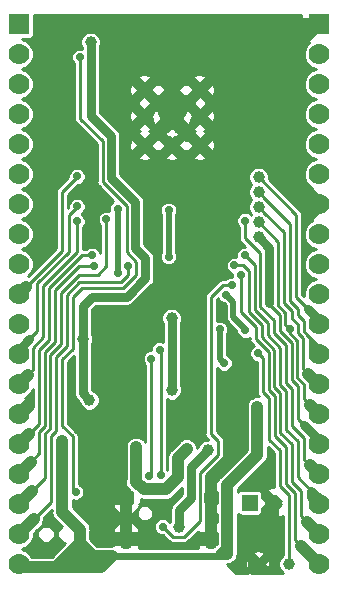
<source format=gbr>
G04 #@! TF.GenerationSoftware,KiCad,Pcbnew,6.0.0-rc1-unknown-829ba27~65~ubuntu16.04.1*
G04 #@! TF.CreationDate,2018-07-19T14:52:38+03:00*
G04 #@! TF.ProjectId,ESP32-DevKit-Lipo_Rev_A,45535033322D4465764B69742D4C6970,A*
G04 #@! TF.SameCoordinates,Original*
G04 #@! TF.FileFunction,Copper,L2,Bot,Mixed*
G04 #@! TF.FilePolarity,Positive*
%FSLAX46Y46*%
G04 Gerber Fmt 4.6, Leading zero omitted, Abs format (unit mm)*
G04 Created by KiCad (PCBNEW 6.0.0-rc1-unknown-829ba27~65~ubuntu16.04.1) date Thu Jul 19 14:52:38 2018*
%MOMM*%
%LPD*%
G01*
G04 APERTURE LIST*
G04 #@! TA.AperFunction,BGAPad,CuDef*
%ADD10C,1.000000*%
G04 #@! TD*
G04 #@! TA.AperFunction,ComponentPad*
%ADD11R,1.400000X1.400000*%
G04 #@! TD*
G04 #@! TA.AperFunction,ComponentPad*
%ADD12C,1.400000*%
G04 #@! TD*
G04 #@! TA.AperFunction,ComponentPad*
%ADD13C,1.778000*%
G04 #@! TD*
G04 #@! TA.AperFunction,ComponentPad*
%ADD14R,1.778000X1.778000*%
G04 #@! TD*
G04 #@! TA.AperFunction,ComponentPad*
%ADD15C,1.300000*%
G04 #@! TD*
G04 #@! TA.AperFunction,ComponentPad*
%ADD16C,2.000000*%
G04 #@! TD*
G04 #@! TA.AperFunction,ComponentPad*
%ADD17O,1.200000X1.800000*%
G04 #@! TD*
G04 #@! TA.AperFunction,ViaPad*
%ADD18C,1.000000*%
G04 #@! TD*
G04 #@! TA.AperFunction,ViaPad*
%ADD19C,0.700000*%
G04 #@! TD*
G04 #@! TA.AperFunction,Conductor*
%ADD20C,1.016000*%
G04 #@! TD*
G04 #@! TA.AperFunction,Conductor*
%ADD21C,0.609600*%
G04 #@! TD*
G04 #@! TA.AperFunction,Conductor*
%ADD22C,0.508000*%
G04 #@! TD*
G04 #@! TA.AperFunction,Conductor*
%ADD23C,0.762000*%
G04 #@! TD*
G04 #@! TA.AperFunction,Conductor*
%ADD24C,0.254000*%
G04 #@! TD*
G04 APERTURE END LIST*
D10*
G04 #@! TO.P,GND1,1*
G04 #@! TO.N,GND*
X151130000Y-118110000D03*
G04 #@! TD*
G04 #@! TO.P,D_Com1,1*
G04 #@! TO.N,/D_Com*
X153670000Y-118110000D03*
G04 #@! TD*
D11*
G04 #@! TO.P,BAT1,1*
G04 #@! TO.N,Net-(BAT1-Pad1)*
X150375620Y-112925860D03*
D12*
G04 #@! TO.P,BAT1,2*
G04 #@! TO.N,GND*
X152387300Y-112923320D03*
G04 #@! TD*
D13*
G04 #@! TO.P,EXT1,4*
G04 #@! TO.N,/GPI39/SENSOR_VN*
X130810000Y-80010000D03*
G04 #@! TO.P,EXT1,3*
G04 #@! TO.N,/GPI36/SENSOR_VP*
X130810000Y-77470000D03*
G04 #@! TO.P,EXT1,2*
G04 #@! TO.N,/ESP_EN*
X130810000Y-74930000D03*
D14*
G04 #@! TO.P,EXT1,1*
G04 #@! TO.N,+3V3*
X130810000Y-72390000D03*
D13*
G04 #@! TO.P,EXT1,5*
G04 #@! TO.N,/GPI34*
X130810000Y-82550000D03*
G04 #@! TO.P,EXT1,6*
G04 #@! TO.N,/GPI35*
X130810000Y-85090000D03*
G04 #@! TO.P,EXT1,8*
G04 #@! TO.N,/GPIO33*
X130810000Y-90170000D03*
G04 #@! TO.P,EXT1,7*
G04 #@! TO.N,/GPIO32*
X130810000Y-87630000D03*
G04 #@! TO.P,EXT1,9*
G04 #@! TO.N,/GPIO25*
X130810000Y-92710000D03*
G04 #@! TO.P,EXT1,10*
G04 #@! TO.N,/GPIO26*
X130810000Y-95250000D03*
G04 #@! TO.P,EXT1,12*
G04 #@! TO.N,/GPIO14*
X130810000Y-100330000D03*
G04 #@! TO.P,EXT1,11*
G04 #@! TO.N,/GPIO27*
X130810000Y-97790000D03*
G04 #@! TO.P,EXT1,13*
G04 #@! TO.N,/GPIO12*
X130810000Y-102870000D03*
G04 #@! TO.P,EXT1,14*
G04 #@! TO.N,GND*
X130810000Y-105410000D03*
G04 #@! TO.P,EXT1,16*
G04 #@! TO.N,/GPIO9/SD_DATA2*
X130810000Y-110490000D03*
G04 #@! TO.P,EXT1,15*
G04 #@! TO.N,/GPIO13*
X130810000Y-107950000D03*
G04 #@! TO.P,EXT1,19*
G04 #@! TO.N,+5V*
X130810000Y-118110000D03*
G04 #@! TO.P,EXT1,18*
G04 #@! TO.N,/GPIO11/SD_CMD*
X130810000Y-115570000D03*
G04 #@! TO.P,EXT1,17*
G04 #@! TO.N,/GPIO10/SD_DATA3*
X130810000Y-113030000D03*
G04 #@! TD*
G04 #@! TO.P,EXT2,4*
G04 #@! TO.N,/GPIO1/U0TXD*
X156210000Y-80010000D03*
G04 #@! TO.P,EXT2,3*
G04 #@! TO.N,/GPIO22*
X156210000Y-77470000D03*
G04 #@! TO.P,EXT2,2*
G04 #@! TO.N,/GPIO23*
X156210000Y-74930000D03*
D14*
G04 #@! TO.P,EXT2,1*
G04 #@! TO.N,GND*
X156210000Y-72390000D03*
D13*
G04 #@! TO.P,EXT2,5*
G04 #@! TO.N,/GPIO3/U0RXD*
X156210000Y-82550000D03*
G04 #@! TO.P,EXT2,6*
G04 #@! TO.N,/GPIO21*
X156210000Y-85090000D03*
G04 #@! TO.P,EXT2,8*
G04 #@! TO.N,/GPIO19*
X156210000Y-90170000D03*
G04 #@! TO.P,EXT2,7*
G04 #@! TO.N,GND*
X156210000Y-87630000D03*
G04 #@! TO.P,EXT2,9*
G04 #@! TO.N,/GPIO18*
X156210000Y-92710000D03*
G04 #@! TO.P,EXT2,10*
G04 #@! TO.N,/GPIO5*
X156210000Y-95250000D03*
G04 #@! TO.P,EXT2,12*
G04 #@! TO.N,/GPIO16*
X156210000Y-100330000D03*
G04 #@! TO.P,EXT2,11*
G04 #@! TO.N,/GPIO17*
X156210000Y-97790000D03*
G04 #@! TO.P,EXT2,13*
G04 #@! TO.N,/GPIO4*
X156210000Y-102870000D03*
G04 #@! TO.P,EXT2,14*
G04 #@! TO.N,/GPIO0*
X156210000Y-105410000D03*
G04 #@! TO.P,EXT2,16*
G04 #@! TO.N,/GPIO15*
X156210000Y-110490000D03*
G04 #@! TO.P,EXT2,15*
G04 #@! TO.N,/GPIO2*
X156210000Y-107950000D03*
G04 #@! TO.P,EXT2,19*
G04 #@! TO.N,/GPIO6/SD_CLK*
X156210000Y-118110000D03*
G04 #@! TO.P,EXT2,18*
G04 #@! TO.N,/GPIO7/SD_DATA0*
X156210000Y-115570000D03*
G04 #@! TO.P,EXT2,17*
G04 #@! TO.N,/GPIO8/SD_DATA1*
X156210000Y-113030000D03*
G04 #@! TD*
D15*
G04 #@! TO.P,U5,39*
G04 #@! TO.N,GND*
X141469600Y-82650800D03*
D16*
X143781000Y-80314000D03*
D15*
X146143200Y-82650800D03*
X141469600Y-77951800D03*
X146143200Y-77951800D03*
X143781000Y-77951800D03*
X143781000Y-82650800D03*
X141469600Y-80187000D03*
X146143200Y-80187000D03*
G04 #@! TD*
D17*
G04 #@! TO.P,USB-UART1,0*
G04 #@! TO.N,GND*
X139910000Y-115947000D03*
X139910000Y-112477000D03*
X147110000Y-112477000D03*
X147110000Y-115947000D03*
G04 #@! TD*
D18*
G04 #@! TO.N,+5V*
X151003000Y-104775000D03*
X134493000Y-107696000D03*
X148463000Y-117221000D03*
X135509000Y-118364000D03*
G04 #@! TO.N,GND*
X137668000Y-110744000D03*
X141097000Y-103378000D03*
X148717000Y-107188000D03*
X141097000Y-101398600D03*
X136905996Y-90614500D03*
X136906000Y-82677000D03*
X145414998Y-95630998D03*
X133985000Y-116459000D03*
X132207000Y-116967000D03*
X141097000Y-97218500D03*
X141986000Y-96329510D03*
X132588000Y-72110610D03*
X137160000Y-72110610D03*
X139700000Y-72110610D03*
X142240000Y-72110610D03*
X144780000Y-72110610D03*
X147320000Y-72110610D03*
X149860000Y-72110610D03*
X154305000Y-72110610D03*
X143510000Y-73660000D03*
X140970000Y-73660000D03*
X138430000Y-73660000D03*
X146050000Y-73660000D03*
X148590000Y-73660000D03*
X139700000Y-74930000D03*
X142240000Y-74930000D03*
X144780000Y-74930000D03*
X147320000Y-74930000D03*
X149860000Y-74930000D03*
X148590000Y-76200000D03*
X148590000Y-78740000D03*
X148590000Y-81280000D03*
X148590000Y-83820000D03*
X138430000Y-76200000D03*
X138430000Y-78740000D03*
X144272687Y-92837687D03*
X141469600Y-84827600D03*
X143764000Y-84836000D03*
X146177000Y-84836000D03*
X142240000Y-86360000D03*
X144780000Y-86360000D03*
X147320000Y-86360000D03*
X136905996Y-84455000D03*
X136905996Y-86360000D03*
X136905996Y-88265000D03*
X139573000Y-102362000D03*
X140144500Y-98171000D03*
X149826600Y-115316000D03*
G04 #@! TO.N,Net-(BAT1-Pad1)*
X144399000Y-114935000D03*
X146812018Y-108458000D03*
G04 #@! TO.N,+3V3*
X143764000Y-103378000D03*
X143764000Y-97282000D03*
X136812501Y-104233600D03*
X136271000Y-99060000D03*
X136906000Y-73914000D03*
D19*
G04 #@! TO.N,/GPIO3/U0RXD*
X139191994Y-93472000D03*
X139192000Y-88011000D03*
G04 #@! TO.N,/ESP_EN*
X148844000Y-94488000D03*
X136017000Y-75184008D03*
X135635990Y-112014000D03*
X143002000Y-114935000D03*
G04 #@! TO.N,/GPIO9/SD_DATA2*
X137160000Y-92900500D03*
G04 #@! TO.N,/GPIO8/SD_DATA1*
X149987000Y-91948000D03*
G04 #@! TO.N,/GPIO6/SD_CLK*
X149606000Y-93631010D03*
G04 #@! TO.N,/GPIO7/SD_DATA0*
X149090902Y-92822789D03*
G04 #@! TO.N,/GPIO1/U0TXD*
X143510000Y-92075000D03*
X143510000Y-88138000D03*
G04 #@! TO.N,/GPIO10/SD_DATA3*
X138246600Y-88900000D03*
G04 #@! TO.N,/GPIO11/SD_CMD*
X140081000Y-92837000D03*
G04 #@! TO.N,Net-(Q2-Pad1)*
X147828000Y-98227340D03*
X148209000Y-101092000D03*
G04 #@! TO.N,/D_Com*
X151075565Y-100257435D03*
D18*
G04 #@! TO.N,Net-(C6-Pad1)*
X145034000Y-108331000D03*
X140763536Y-108188104D03*
D19*
G04 #@! TO.N,/GPIO13*
X137033000Y-91948000D03*
G04 #@! TO.N,/GPIO12*
X135770110Y-89090500D03*
G04 #@! TO.N,/GPIO14*
X135763000Y-87820500D03*
G04 #@! TO.N,/GPIO26*
X135763000Y-85280500D03*
D18*
G04 #@! TO.N,/GPIO16*
X151130000Y-86614000D03*
G04 #@! TO.N,/GPIO17*
X151130000Y-85344000D03*
G04 #@! TO.N,/GPIO4*
X151130000Y-87884000D03*
G04 #@! TO.N,/GPIO0*
X151130000Y-89154000D03*
D19*
X153755976Y-98212032D03*
G04 #@! TO.N,/GPIO15*
X149987000Y-89027000D03*
D18*
G04 #@! TO.N,/GPIO2*
X151130000Y-90424000D03*
D19*
X152019000Y-96012000D03*
G04 #@! TO.N,Net-(Q3-Pad1)*
X149986101Y-98297189D03*
X148348381Y-95306400D03*
G04 #@! TO.N,Net-(U2-Pad7)*
X141859012Y-110617000D03*
X142056610Y-100711010D03*
G04 #@! TO.N,Net-(U2-Pad6)*
X142834185Y-110594315D03*
X142748000Y-99949000D03*
G04 #@! TD*
D20*
G04 #@! TO.N,+5V*
X148463000Y-116513894D02*
X148463000Y-117221000D01*
X148463000Y-111379000D02*
X148463000Y-116513894D01*
X151003000Y-104775000D02*
X151003000Y-108839000D01*
X151003000Y-108839000D02*
X148463000Y-111379000D01*
X134801894Y-118364000D02*
X135509000Y-118364000D01*
X134493000Y-107696000D02*
X134493000Y-113665000D01*
X134493000Y-113665000D02*
X136008999Y-115180999D01*
X130810000Y-118110000D02*
X131064000Y-118364000D01*
X135509000Y-116831999D02*
X136008999Y-116332000D01*
X135509000Y-118364000D02*
X135509000Y-116831999D01*
X136008999Y-115180999D02*
X136008999Y-116332000D01*
D21*
X148463000Y-117221000D02*
X148336000Y-117348000D01*
X148336000Y-117348000D02*
X148259800Y-117424200D01*
D20*
X136008999Y-118330599D02*
X136042400Y-118364000D01*
X136042400Y-118364000D02*
X135509000Y-118364000D01*
X136042400Y-118364000D02*
X137820400Y-118364000D01*
X138760200Y-117424200D02*
X136008999Y-117424200D01*
X136008999Y-117424200D02*
X136008999Y-118330599D01*
X136008999Y-116332000D02*
X136008999Y-117424200D01*
X138760200Y-117424200D02*
X137820400Y-118364000D01*
X137101199Y-117424200D02*
X136008999Y-116332000D01*
X138760200Y-117424200D02*
X137101199Y-117424200D01*
X135509000Y-116831999D02*
X133976999Y-118364000D01*
X133976999Y-118364000D02*
X133248400Y-118364000D01*
X133248400Y-118364000D02*
X134801894Y-118364000D01*
X131064000Y-118364000D02*
X133248400Y-118364000D01*
D22*
X147701000Y-117275894D02*
X148463000Y-116513894D01*
X147701000Y-117424200D02*
X147701000Y-117275894D01*
D21*
X148259800Y-117424200D02*
X147701000Y-117424200D01*
X147701000Y-117424200D02*
X138760200Y-117424200D01*
D20*
G04 #@! TO.N,GND*
X156210000Y-87630000D02*
X154559000Y-85979000D01*
X154559000Y-74041000D02*
X156210000Y-72390000D01*
X154559000Y-85979000D02*
X154559000Y-74041000D01*
D23*
X152387300Y-116852700D02*
X151130000Y-118110000D01*
D20*
X147110000Y-112477000D02*
X147110000Y-115947000D01*
X139910000Y-115947000D02*
X139910000Y-112477000D01*
X138557000Y-110744000D02*
X137668000Y-110744000D01*
X139910000Y-112097000D02*
X138557000Y-110744000D01*
X139910000Y-112477000D02*
X139910000Y-112097000D01*
X141097000Y-106045000D02*
X141097000Y-103378000D01*
X139910000Y-112477000D02*
X139910000Y-112177000D01*
X138294000Y-110561000D02*
X138294000Y-108848000D01*
X139065000Y-111332000D02*
X139446000Y-111713000D01*
X139065000Y-108077000D02*
X139065000Y-111332000D01*
X139910000Y-112177000D02*
X139446000Y-111713000D01*
X138294000Y-108848000D02*
X139065000Y-108077000D01*
X139446000Y-111713000D02*
X138294000Y-110561000D01*
X139446000Y-107745496D02*
X139446000Y-111713000D01*
X139573000Y-107569000D02*
X141097000Y-106045000D01*
X139065000Y-108077000D02*
X139573000Y-107569000D01*
X148717000Y-107895106D02*
X148717000Y-107188000D01*
X148717000Y-109093000D02*
X148717000Y-107895106D01*
X147110000Y-110700000D02*
X148717000Y-109093000D01*
X147110000Y-112477000D02*
X147110000Y-110700000D01*
X141097000Y-103378000D02*
X141097000Y-101398600D01*
X136905996Y-82677004D02*
X136906000Y-82677000D01*
X136905996Y-90614500D02*
X136905996Y-88265000D01*
D23*
X142684502Y-95630998D02*
X144707892Y-95630998D01*
X144707892Y-95630998D02*
X145414998Y-95630998D01*
X141097000Y-97218500D02*
X142684502Y-95630998D01*
X141795500Y-96520000D02*
X141097000Y-97218500D01*
X141097000Y-97218500D02*
X141795500Y-96520000D01*
X141985990Y-96329510D02*
X141986000Y-96329510D01*
X141795500Y-96520000D02*
X141985990Y-96329510D01*
D20*
X143781000Y-73931000D02*
X143510000Y-73660000D01*
X143781000Y-80314000D02*
X143781000Y-73931000D01*
X156210000Y-87630000D02*
X154637328Y-87630000D01*
X154559000Y-87551672D02*
X154559000Y-85979000D01*
X154637328Y-87630000D02*
X154559000Y-87551672D01*
X136905996Y-84455000D02*
X136905996Y-82677004D01*
X136905996Y-86360000D02*
X136905996Y-84455000D01*
X136905996Y-88265000D02*
X136905996Y-86360000D01*
D23*
X151130000Y-118110000D02*
X150596610Y-118643390D01*
X151130000Y-118110000D02*
X151638000Y-118618000D01*
X151638000Y-118618000D02*
X152336500Y-118618000D01*
X152387300Y-118567200D02*
X152387300Y-116852700D01*
X152336500Y-118618000D02*
X152387300Y-118567200D01*
X151612610Y-118643390D02*
X151638000Y-118618000D01*
X150596610Y-118643390D02*
X151612610Y-118643390D01*
X152311110Y-118643390D02*
X152336500Y-118618000D01*
X151612610Y-118643390D02*
X152311110Y-118643390D01*
X141097000Y-97218500D02*
X140144500Y-98171000D01*
X140144500Y-98171000D02*
X140970000Y-98171000D01*
X140970000Y-98171000D02*
X141097000Y-98298000D01*
X141097000Y-98298000D02*
X141097000Y-97218500D01*
X141097000Y-101398600D02*
X141097000Y-98298000D01*
D20*
X149826600Y-115316000D02*
X152387300Y-115316000D01*
D23*
X152387300Y-112796320D02*
X152387300Y-115316000D01*
D20*
X152387300Y-115316000D02*
X152387300Y-112923320D01*
X152387300Y-115316000D02*
X152387300Y-116852700D01*
D23*
X149860000Y-115349400D02*
X149826600Y-115316000D01*
X149860000Y-116840000D02*
X149860000Y-115349400D01*
X150596610Y-117576610D02*
X150495000Y-117475000D01*
X150596610Y-118643390D02*
X150596610Y-117576610D01*
X150495000Y-117475000D02*
X149860000Y-116840000D01*
X151130000Y-118110000D02*
X150495000Y-117475000D01*
G04 #@! TO.N,Net-(BAT1-Pad1)*
X146812000Y-108458018D02*
X146812018Y-108458000D01*
X145415000Y-109855018D02*
X146812000Y-108458018D01*
X145415000Y-112522000D02*
X145415000Y-109855018D01*
X144399000Y-113538000D02*
X145415000Y-112522000D01*
X144399000Y-114935000D02*
X144399000Y-113538000D01*
G04 #@! TO.N,+3V3*
X143764000Y-103378000D02*
X143764000Y-97282000D01*
X136271000Y-103632000D02*
X136271000Y-99060000D01*
X136812501Y-104173501D02*
X136271000Y-103632000D01*
X136812501Y-104233600D02*
X136812501Y-104173501D01*
X139979300Y-95453220D02*
X141523211Y-93909308D01*
X136271000Y-96215220D02*
X137033000Y-95453220D01*
X141523211Y-93909308D02*
X141523211Y-92193198D01*
X136271000Y-99060000D02*
X136271000Y-96215220D01*
X141523211Y-92193198D02*
X140690610Y-91360597D01*
X140690610Y-91360597D02*
X140690610Y-87451887D01*
X138658610Y-81889610D02*
X136976601Y-80207601D01*
X140690610Y-87451887D02*
X138658610Y-85419888D01*
X136976601Y-73984601D02*
X136906000Y-73914000D01*
X136976601Y-80207601D02*
X136976601Y-73984601D01*
X137033000Y-95453220D02*
X139979300Y-95453220D01*
X138658610Y-85419888D02*
X138658610Y-81889610D01*
D22*
G04 #@! TO.N,/GPIO3/U0RXD*
X139192000Y-93471994D02*
X139191994Y-93472000D01*
X139192000Y-88011000D02*
X139192000Y-93471994D01*
D24*
G04 #@! TO.N,/ESP_EN*
X148844000Y-94488000D02*
X148590000Y-94488000D01*
X135382000Y-111760000D02*
X135636000Y-112014000D01*
X135382000Y-107289560D02*
X135382000Y-111760000D01*
X134467651Y-106375211D02*
X135382000Y-107289560D01*
X135382000Y-99853077D02*
X134467651Y-100767426D01*
X136017000Y-80391000D02*
X137922000Y-82296000D01*
X134467651Y-100767426D02*
X134467651Y-106375211D01*
X136017000Y-75184008D02*
X136017000Y-80391000D01*
X140786601Y-92498311D02*
X140786601Y-93604195D01*
X139954000Y-87757000D02*
X139954000Y-91665710D01*
X139954000Y-91665710D02*
X140786601Y-92498311D01*
X135382000Y-95504000D02*
X135382000Y-99853077D01*
X137922000Y-85725000D02*
X139954000Y-87757000D01*
X139674187Y-94716610D02*
X136169390Y-94716610D01*
X137922000Y-82296000D02*
X137922000Y-85725000D01*
X140786601Y-93604195D02*
X139674187Y-94716610D01*
X136169390Y-94716610D02*
X135382000Y-95504000D01*
X146151611Y-110388389D02*
X146151611Y-113131611D01*
X148844000Y-94488000D02*
X148082000Y-94488000D01*
X147066000Y-107061000D02*
X147701000Y-107696000D01*
X147066000Y-95504000D02*
X147066000Y-107061000D01*
X143351999Y-115284999D02*
X143002000Y-114935000D01*
X146151611Y-113131611D02*
X146177000Y-113157000D01*
X146177000Y-114427000D02*
X144780000Y-115824000D01*
X146177000Y-113157000D02*
X146177000Y-114427000D01*
X143891000Y-115824000D02*
X143351999Y-115284999D01*
X144780000Y-115824000D02*
X143891000Y-115824000D01*
X147701000Y-108839000D02*
X146151611Y-110388389D01*
X147701000Y-107696000D02*
X147701000Y-108839000D01*
X148082000Y-94488000D02*
X147066000Y-95504000D01*
G04 #@! TO.N,/GPIO9/SD_DATA2*
X137160000Y-92900500D02*
X135921527Y-92900500D01*
X135921527Y-92900500D02*
X133896111Y-94925916D01*
X133019822Y-100167718D02*
X133019822Y-106422693D01*
X133896111Y-94925916D02*
X133896111Y-99291430D01*
X132562611Y-106879903D02*
X132562611Y-108737389D01*
X133019822Y-106422693D02*
X132562611Y-106879903D01*
X133896111Y-99291430D02*
X133019822Y-100167718D01*
D20*
X130810000Y-110490000D02*
X131826000Y-109474000D01*
D24*
X132562611Y-108737389D02*
X131826000Y-109474000D01*
D23*
G04 #@! TO.N,/GPIO8/SD_DATA1*
X156210000Y-112522000D02*
X155575000Y-111887000D01*
X156210000Y-113030000D02*
X156210000Y-112522000D01*
X155575000Y-112395000D02*
X156210000Y-113030000D01*
X155575000Y-111887000D02*
X155575000Y-112395000D01*
D24*
X153466783Y-103444327D02*
X153466783Y-106730783D01*
X151892000Y-97663000D02*
X151892000Y-98710971D01*
X152958833Y-99777804D02*
X152958833Y-102936377D01*
X152958833Y-102936377D02*
X153466783Y-103444327D01*
X154432000Y-110744000D02*
X155575000Y-111887000D01*
X149987000Y-91948000D02*
X150794213Y-92755213D01*
X154432000Y-107696000D02*
X154432000Y-110744000D01*
X151892000Y-98710971D02*
X152958833Y-99777804D01*
X153466783Y-106730783D02*
X154432000Y-107696000D01*
X150794213Y-96565213D02*
X151892000Y-97663000D01*
X150794213Y-92755213D02*
X150794213Y-96565213D01*
D20*
G04 #@! TO.N,/GPIO6/SD_CLK*
X156210000Y-118110000D02*
X154686000Y-116586000D01*
D24*
X153416000Y-108204000D02*
X153416000Y-111299514D01*
X154178000Y-112061514D02*
X154178000Y-116078000D01*
X154178000Y-116078000D02*
X154686000Y-116586000D01*
X153416000Y-111299514D02*
X154178000Y-112061514D01*
X150876000Y-99060000D02*
X151993611Y-100177611D01*
X151993611Y-100177611D02*
X151993611Y-103352609D01*
X152501561Y-103860558D02*
X152501561Y-107289561D01*
X152501561Y-107289561D02*
X153416000Y-108204000D01*
X150876000Y-98044000D02*
X150876000Y-99060000D01*
X149606000Y-96774000D02*
X150876000Y-98044000D01*
X149606000Y-93631010D02*
X149606000Y-96774000D01*
X151993611Y-103352609D02*
X152501561Y-103860558D01*
D20*
G04 #@! TO.N,/GPIO7/SD_DATA0*
X156210000Y-115570000D02*
X155194000Y-114554000D01*
D24*
X152476222Y-99977708D02*
X151384000Y-98885486D01*
X153924000Y-107950000D02*
X152984170Y-107010170D01*
X151384000Y-97846398D02*
X150311602Y-96774000D01*
X149585876Y-92822789D02*
X149090902Y-92822789D01*
X154686000Y-111887000D02*
X153924000Y-111125000D01*
X152984170Y-103644229D02*
X152476222Y-103136281D01*
X150311602Y-96774000D02*
X150311602Y-93288602D01*
X154686000Y-114046000D02*
X154686000Y-111887000D01*
X152984170Y-107010170D02*
X152984170Y-103644229D01*
X152476222Y-103136281D02*
X152476222Y-99977708D01*
X155194000Y-114554000D02*
X154686000Y-114046000D01*
X151384000Y-98885486D02*
X151384000Y-97846398D01*
X153924000Y-111125000D02*
X153924000Y-107950000D01*
X149845789Y-92822789D02*
X149585876Y-92822789D01*
X150311602Y-93288602D02*
X149845789Y-92822789D01*
D22*
G04 #@! TO.N,/GPIO1/U0TXD*
X143510000Y-92075000D02*
X143510000Y-91580026D01*
X143510000Y-91580026D02*
X143510000Y-88138000D01*
X143510000Y-88138000D02*
X143510000Y-88138000D01*
D24*
G04 #@! TO.N,/GPIO10/SD_DATA3*
X134378722Y-99491334D02*
X133502433Y-100367623D01*
X137533899Y-93606101D02*
X135898440Y-93606101D01*
X133502433Y-106622597D02*
X133045222Y-107079806D01*
X134378722Y-95125819D02*
X134378722Y-99491334D01*
X138246600Y-92893400D02*
X137533899Y-93606101D01*
X135898440Y-93606101D02*
X134378722Y-95125819D01*
X133502433Y-100367623D02*
X133502433Y-106622597D01*
X138246600Y-88900000D02*
X138246600Y-92893400D01*
X133045222Y-107079806D02*
X133045222Y-110794778D01*
D20*
X130810000Y-113030000D02*
X131953000Y-111887000D01*
D24*
X133045222Y-110794778D02*
X131953000Y-111887000D01*
G04 #@! TO.N,/GPIO11/SD_CMD*
X139474284Y-94234000D02*
X140081000Y-93627284D01*
X133527833Y-112852167D02*
X133527833Y-107279709D01*
X133985042Y-100567523D02*
X134874000Y-99678565D01*
X134874000Y-95313055D02*
X135953055Y-94234000D01*
X134874000Y-99678565D02*
X134874000Y-95313055D01*
X133527833Y-107279709D02*
X133985042Y-106822502D01*
X135953055Y-94234000D02*
X139474284Y-94234000D01*
X133985042Y-106822502D02*
X133985042Y-100567523D01*
X140081000Y-93627284D02*
X140081000Y-93331974D01*
X140081000Y-93331974D02*
X140081000Y-92837000D01*
D20*
X131698999Y-114681001D02*
X132080000Y-114300000D01*
X130810000Y-115570000D02*
X131698999Y-114681001D01*
D24*
X132080000Y-114300000D02*
X133527833Y-112852167D01*
D22*
G04 #@! TO.N,Net-(Q2-Pad1)*
X147828000Y-100711000D02*
X148209000Y-101092000D01*
X147828000Y-98227340D02*
X147828000Y-100711000D01*
D24*
G04 #@! TO.N,/D_Com*
X152908000Y-108458000D02*
X152908000Y-111506000D01*
X151511000Y-103552512D02*
X152018950Y-104060462D01*
X151511000Y-100692870D02*
X151511000Y-103552512D01*
X151075565Y-100257435D02*
X151511000Y-100692870D01*
X152018950Y-107568950D02*
X152908000Y-108458000D01*
X152908000Y-111506000D02*
X153670000Y-112268000D01*
X153670000Y-115951000D02*
X153670000Y-118110000D01*
X152018950Y-104060462D02*
X152018950Y-107568950D01*
X153670000Y-112268000D02*
X153670000Y-115951000D01*
D20*
G04 #@! TO.N,Net-(C6-Pad1)*
X140763536Y-111129694D02*
X140763536Y-108895210D01*
X141393842Y-111760000D02*
X140763536Y-111129694D01*
X140763536Y-108895210D02*
X140763536Y-108188104D01*
X144272000Y-109093000D02*
X144272000Y-110744000D01*
X145034000Y-108331000D02*
X144272000Y-109093000D01*
X144272000Y-110744000D02*
X143256000Y-111760000D01*
X143256000Y-111760000D02*
X141393842Y-111760000D01*
D24*
G04 #@! TO.N,/GPIO13*
X132537211Y-106222789D02*
X132080000Y-106680000D01*
X136191513Y-91948000D02*
X133413500Y-94726013D01*
X137033000Y-91948000D02*
X136191513Y-91948000D01*
X133413500Y-94726013D02*
X133413500Y-99091526D01*
X133413500Y-99091526D02*
X132537211Y-99967815D01*
X132537211Y-99967815D02*
X132537211Y-106222789D01*
D20*
X130810000Y-107950000D02*
X131699000Y-107061000D01*
D24*
X132080000Y-106680000D02*
X131699000Y-107061000D01*
G04 #@! TO.N,/GPIO12*
X132054601Y-99767912D02*
X132905500Y-98917013D01*
X132054601Y-101625399D02*
X132054601Y-99767912D01*
X132905500Y-94551500D02*
X135770110Y-91686890D01*
X132905500Y-98917013D02*
X132905500Y-94551500D01*
X135770110Y-89585474D02*
X135770110Y-89090500D01*
X135770110Y-91686890D02*
X135770110Y-89585474D01*
D20*
X130810000Y-102870000D02*
X131572000Y-102108000D01*
D24*
X131572000Y-102108000D02*
X132054601Y-101625399D01*
G04 #@! TO.N,/GPIO14*
X132397500Y-94345013D02*
X132397500Y-98361500D01*
X135763000Y-87820500D02*
X135763000Y-87884000D01*
X135763000Y-87884000D02*
X135064500Y-88582500D01*
X135064500Y-88582500D02*
X135064500Y-91678013D01*
X135064500Y-91678013D02*
X132397500Y-94345013D01*
D23*
X130810000Y-100330000D02*
X130810000Y-99949000D01*
X130810000Y-99949000D02*
X131699000Y-99060000D01*
D24*
X132397500Y-98361500D02*
X131699000Y-99060000D01*
G04 #@! TO.N,/GPIO26*
X135763000Y-85280500D02*
X135763000Y-85344000D01*
X135763000Y-85344000D02*
X134493000Y-86614000D01*
X134493000Y-86614000D02*
X134493000Y-91567000D01*
X134493000Y-91567000D02*
X131698999Y-94361001D01*
D20*
X130810000Y-95250000D02*
X131445000Y-94615000D01*
D24*
X131698999Y-94361001D02*
X131445000Y-94615000D01*
D23*
G04 #@! TO.N,/GPIO16*
X156210000Y-100076000D02*
X155702000Y-99568000D01*
X156210000Y-100330000D02*
X156210000Y-100076000D01*
X155702000Y-99822000D02*
X156210000Y-100330000D01*
X155702000Y-99568000D02*
X155702000Y-99822000D01*
D24*
X154432000Y-96472487D02*
X153797000Y-95837486D01*
X154944189Y-98350584D02*
X154944189Y-97540189D01*
X155702000Y-99568000D02*
X155702000Y-99108395D01*
X153797000Y-89281000D02*
X151629999Y-87113999D01*
X151629999Y-87113999D02*
X151130000Y-86614000D01*
X154432000Y-97028000D02*
X154432000Y-96472487D01*
X154944189Y-97540189D02*
X154432000Y-97028000D01*
X153797000Y-95837486D02*
X153797000Y-89281000D01*
X155702000Y-99108395D02*
X155526605Y-98933000D01*
X155448000Y-99441000D02*
X155448000Y-99011605D01*
X155448000Y-99011605D02*
X155526605Y-98933000D01*
X155448000Y-98854395D02*
X155448000Y-99441000D01*
X155272605Y-98679000D02*
X155448000Y-98854395D01*
X155526605Y-98933000D02*
X155272605Y-98679000D01*
X155272605Y-98679000D02*
X154944189Y-98350584D01*
X156210000Y-99616395D02*
X156210000Y-100330000D01*
X155526605Y-98933000D02*
X156210000Y-99616395D01*
X155526605Y-99646605D02*
X156210000Y-100330000D01*
X155526605Y-98933000D02*
X155526605Y-99646605D01*
X155448000Y-100076000D02*
X155448000Y-99441000D01*
X155702000Y-100330000D02*
X155448000Y-100076000D01*
X156210000Y-100330000D02*
X155702000Y-100330000D01*
D23*
G04 #@! TO.N,/GPIO17*
X156210000Y-97409000D02*
X155321000Y-96520000D01*
X156210000Y-97790000D02*
X156210000Y-97409000D01*
D24*
X154305000Y-95504000D02*
X155321000Y-96520000D01*
X154305000Y-88519000D02*
X154305000Y-95504000D01*
X151130000Y-85344000D02*
X154305000Y-88519000D01*
D20*
G04 #@! TO.N,/GPIO4*
X156210000Y-102870000D02*
X155321000Y-101981000D01*
D24*
X153924000Y-97282000D02*
X153924000Y-96647000D01*
X155321000Y-101981000D02*
X154889277Y-101549277D01*
X151629999Y-88383999D02*
X151130000Y-87884000D01*
X153263610Y-90017610D02*
X151629999Y-88383999D01*
X153924000Y-96647000D02*
X153263610Y-95986610D01*
X153263610Y-95986610D02*
X153263610Y-90017610D01*
X154889277Y-98978187D02*
X154461578Y-98550488D01*
X154889277Y-101549277D02*
X154889277Y-98978187D01*
X154461578Y-98550488D02*
X154461578Y-97819578D01*
X154461578Y-97819578D02*
X153924000Y-97282000D01*
D20*
G04 #@! TO.N,/GPIO0*
X156210000Y-105410000D02*
X155448000Y-104648000D01*
D24*
X152780999Y-96186514D02*
X153405977Y-96811491D01*
X151130000Y-89154000D02*
X152780999Y-90804999D01*
X152780999Y-90804999D02*
X152780999Y-96186514D01*
X153405977Y-97862033D02*
X153755976Y-98212032D01*
X153405977Y-96811491D02*
X153405977Y-97862033D01*
X154940000Y-104140000D02*
X154940000Y-102870000D01*
X155448000Y-104648000D02*
X154940000Y-104140000D01*
X154940000Y-102870000D02*
X154406666Y-102336666D01*
X154406666Y-102336666D02*
X154406666Y-99178092D01*
X153755976Y-98527402D02*
X153755976Y-98212032D01*
X154406666Y-99178092D02*
X153755976Y-98527402D01*
D20*
G04 #@! TO.N,/GPIO15*
X156210000Y-110490000D02*
X155448000Y-109728000D01*
D24*
X153949394Y-106451394D02*
X154940000Y-107442000D01*
X153949394Y-103244423D02*
X153949394Y-106451394D01*
X153441444Y-99577900D02*
X153441444Y-102736473D01*
X155321001Y-109601001D02*
X155448000Y-109728000D01*
X149987000Y-89027000D02*
X149987000Y-90493594D01*
X154940000Y-109220000D02*
X155321001Y-109601001D01*
X154940000Y-107442000D02*
X154940000Y-109220000D01*
X153441444Y-102736473D02*
X153949394Y-103244423D01*
X152400000Y-98536456D02*
X153441444Y-99577900D01*
X151276824Y-96311547D02*
X152400000Y-97434723D01*
X152400000Y-97434723D02*
X152400000Y-98536456D01*
X151276824Y-91783418D02*
X151276824Y-96311547D01*
X149987000Y-90493594D02*
X151276824Y-91783418D01*
D23*
G04 #@! TO.N,/GPIO2*
X152019000Y-91313000D02*
X151130000Y-90424000D01*
X152019000Y-96012000D02*
X152019000Y-91313000D01*
X156210000Y-107569000D02*
X154940000Y-106299000D01*
X156210000Y-107950000D02*
X156210000Y-107569000D01*
D24*
X152908000Y-98361941D02*
X153924055Y-99377996D01*
X154432005Y-105791005D02*
X154940000Y-106299000D01*
X153924055Y-102536569D02*
X154432005Y-103044519D01*
X153924055Y-99377996D02*
X153924055Y-102536569D01*
X152019000Y-96012000D02*
X152019000Y-96107029D01*
X154432005Y-103044519D02*
X154432005Y-105791005D01*
X152908000Y-96996029D02*
X152908000Y-98361941D01*
X152019000Y-96107029D02*
X152908000Y-96996029D01*
D22*
G04 #@! TO.N,Net-(Q3-Pad1)*
X148971000Y-97155000D02*
X148971000Y-95929019D01*
X149986101Y-98170101D02*
X148971000Y-97155000D01*
X148971000Y-95929019D02*
X148348381Y-95306400D01*
X149986101Y-98297189D02*
X149986101Y-98170101D01*
D24*
G04 #@! TO.N,Net-(U2-Pad7)*
X142056610Y-101205984D02*
X142056610Y-100711010D01*
X142056610Y-110419390D02*
X142056610Y-101205984D01*
X141859012Y-110616988D02*
X142056610Y-110419390D01*
X141859012Y-110617000D02*
X141859012Y-110616988D01*
G04 #@! TO.N,Net-(U2-Pad6)*
X142834185Y-100035185D02*
X142748000Y-99949000D01*
X142834185Y-110594315D02*
X142834185Y-100035185D01*
G04 #@! TD*
G04 #@! TO.N,GND*
G36*
X152400000Y-108668420D02*
X152400001Y-111455967D01*
X152390049Y-111506000D01*
X152402992Y-111571071D01*
X152354041Y-111562572D01*
X151897292Y-111653426D01*
X151821376Y-111862422D01*
X152387300Y-112428345D01*
X152513165Y-112302480D01*
X153008140Y-112797455D01*
X152882275Y-112923320D01*
X153008140Y-113049185D01*
X152513165Y-113544160D01*
X152387300Y-113418295D01*
X151821376Y-113984218D01*
X151897292Y-114193214D01*
X152420559Y-114284068D01*
X152877308Y-114193214D01*
X152893685Y-114148129D01*
X152988810Y-114243254D01*
X153162000Y-114070064D01*
X153162001Y-115900964D01*
X153162000Y-115900969D01*
X153162001Y-117372076D01*
X152923124Y-117610953D01*
X152789000Y-117934758D01*
X152789000Y-118285242D01*
X152923124Y-118609047D01*
X153170953Y-118856876D01*
X153207466Y-118872000D01*
X152001060Y-118872000D01*
X152305742Y-118567318D01*
X152212370Y-118473946D01*
X152287051Y-118130679D01*
X152206889Y-117686321D01*
X152191062Y-117648111D01*
X151990324Y-117603229D01*
X151483553Y-118110000D01*
X151660330Y-118286777D01*
X151306777Y-118640330D01*
X151130000Y-118463553D01*
X150953223Y-118640330D01*
X150599670Y-118286777D01*
X150776447Y-118110000D01*
X150269676Y-117603229D01*
X150068938Y-117648111D01*
X149972949Y-118089321D01*
X150043144Y-118478432D01*
X149954258Y-118567318D01*
X150258940Y-118872000D01*
X149181421Y-118872000D01*
X148430340Y-118120919D01*
X148463000Y-118127416D01*
X148590774Y-118102000D01*
X148638242Y-118102000D01*
X148682097Y-118083835D01*
X148809870Y-118058419D01*
X148918190Y-117986042D01*
X148962047Y-117967876D01*
X148995613Y-117934310D01*
X149103933Y-117861933D01*
X149176310Y-117753613D01*
X149209876Y-117720047D01*
X149228042Y-117676190D01*
X149300419Y-117567870D01*
X149325835Y-117440097D01*
X149344000Y-117396242D01*
X149344000Y-117348775D01*
X149352000Y-117308556D01*
X149352000Y-117249676D01*
X150623229Y-117249676D01*
X151130000Y-117756447D01*
X151636771Y-117249676D01*
X151591889Y-117048938D01*
X151150679Y-116952949D01*
X150706321Y-117033111D01*
X150668111Y-117048938D01*
X150623229Y-117249676D01*
X149352000Y-117249676D01*
X149352000Y-113827311D01*
X149400934Y-113900546D01*
X149526961Y-113984754D01*
X149675620Y-114014324D01*
X151075620Y-114014324D01*
X151224279Y-113984754D01*
X151350306Y-113900546D01*
X151434514Y-113774519D01*
X151464084Y-113625860D01*
X151464084Y-113351562D01*
X151892325Y-112923320D01*
X151464084Y-112495078D01*
X151464084Y-112225860D01*
X151434514Y-112077201D01*
X151350306Y-111951174D01*
X151224279Y-111866966D01*
X151075620Y-111837396D01*
X149675620Y-111837396D01*
X149526961Y-111866966D01*
X149400934Y-111951174D01*
X149352000Y-112024409D01*
X149352000Y-111747235D01*
X151569707Y-109529529D01*
X151643933Y-109479933D01*
X151840419Y-109185870D01*
X151892000Y-108926556D01*
X151892000Y-108926552D01*
X151909415Y-108839001D01*
X151892000Y-108751450D01*
X151892000Y-108160420D01*
X152400000Y-108668420D01*
X152400000Y-108668420D01*
G37*
X152400000Y-108668420D02*
X152400001Y-111455967D01*
X152390049Y-111506000D01*
X152402992Y-111571071D01*
X152354041Y-111562572D01*
X151897292Y-111653426D01*
X151821376Y-111862422D01*
X152387300Y-112428345D01*
X152513165Y-112302480D01*
X153008140Y-112797455D01*
X152882275Y-112923320D01*
X153008140Y-113049185D01*
X152513165Y-113544160D01*
X152387300Y-113418295D01*
X151821376Y-113984218D01*
X151897292Y-114193214D01*
X152420559Y-114284068D01*
X152877308Y-114193214D01*
X152893685Y-114148129D01*
X152988810Y-114243254D01*
X153162000Y-114070064D01*
X153162001Y-115900964D01*
X153162000Y-115900969D01*
X153162001Y-117372076D01*
X152923124Y-117610953D01*
X152789000Y-117934758D01*
X152789000Y-118285242D01*
X152923124Y-118609047D01*
X153170953Y-118856876D01*
X153207466Y-118872000D01*
X152001060Y-118872000D01*
X152305742Y-118567318D01*
X152212370Y-118473946D01*
X152287051Y-118130679D01*
X152206889Y-117686321D01*
X152191062Y-117648111D01*
X151990324Y-117603229D01*
X151483553Y-118110000D01*
X151660330Y-118286777D01*
X151306777Y-118640330D01*
X151130000Y-118463553D01*
X150953223Y-118640330D01*
X150599670Y-118286777D01*
X150776447Y-118110000D01*
X150269676Y-117603229D01*
X150068938Y-117648111D01*
X149972949Y-118089321D01*
X150043144Y-118478432D01*
X149954258Y-118567318D01*
X150258940Y-118872000D01*
X149181421Y-118872000D01*
X148430340Y-118120919D01*
X148463000Y-118127416D01*
X148590774Y-118102000D01*
X148638242Y-118102000D01*
X148682097Y-118083835D01*
X148809870Y-118058419D01*
X148918190Y-117986042D01*
X148962047Y-117967876D01*
X148995613Y-117934310D01*
X149103933Y-117861933D01*
X149176310Y-117753613D01*
X149209876Y-117720047D01*
X149228042Y-117676190D01*
X149300419Y-117567870D01*
X149325835Y-117440097D01*
X149344000Y-117396242D01*
X149344000Y-117348775D01*
X149352000Y-117308556D01*
X149352000Y-117249676D01*
X150623229Y-117249676D01*
X151130000Y-117756447D01*
X151636771Y-117249676D01*
X151591889Y-117048938D01*
X151150679Y-116952949D01*
X150706321Y-117033111D01*
X150668111Y-117048938D01*
X150623229Y-117249676D01*
X149352000Y-117249676D01*
X149352000Y-113827311D01*
X149400934Y-113900546D01*
X149526961Y-113984754D01*
X149675620Y-114014324D01*
X151075620Y-114014324D01*
X151224279Y-113984754D01*
X151350306Y-113900546D01*
X151434514Y-113774519D01*
X151464084Y-113625860D01*
X151464084Y-113351562D01*
X151892325Y-112923320D01*
X151464084Y-112495078D01*
X151464084Y-112225860D01*
X151434514Y-112077201D01*
X151350306Y-111951174D01*
X151224279Y-111866966D01*
X151075620Y-111837396D01*
X149675620Y-111837396D01*
X149526961Y-111866966D01*
X149400934Y-111951174D01*
X149352000Y-112024409D01*
X149352000Y-111747235D01*
X151569707Y-109529529D01*
X151643933Y-109479933D01*
X151840419Y-109185870D01*
X151892000Y-108926556D01*
X151892000Y-108926552D01*
X151909415Y-108839001D01*
X151892000Y-108751450D01*
X151892000Y-108160420D01*
X152400000Y-108668420D01*
G36*
X133604001Y-113577441D02*
X133586584Y-113665000D01*
X133635929Y-113913068D01*
X133655582Y-114011870D01*
X133852068Y-114305933D01*
X133926294Y-114355529D01*
X134491725Y-114920960D01*
X134420922Y-114950288D01*
X134215288Y-115155922D01*
X134104000Y-115424595D01*
X134104000Y-115715405D01*
X134215288Y-115984078D01*
X134420922Y-116189712D01*
X134689595Y-116301000D01*
X134782763Y-116301000D01*
X133608764Y-117475000D01*
X131921612Y-117475000D01*
X131886654Y-117390603D01*
X131529397Y-117033346D01*
X131062619Y-116840000D01*
X131529397Y-116646654D01*
X131886654Y-116289397D01*
X132080000Y-115822619D01*
X132080000Y-115557236D01*
X132212641Y-115424595D01*
X132404000Y-115424595D01*
X132404000Y-115715405D01*
X132515288Y-115984078D01*
X132720922Y-116189712D01*
X132989595Y-116301000D01*
X133280405Y-116301000D01*
X133549078Y-116189712D01*
X133754712Y-115984078D01*
X133866000Y-115715405D01*
X133866000Y-115424595D01*
X133754712Y-115155922D01*
X133549078Y-114950288D01*
X133280405Y-114839000D01*
X132989595Y-114839000D01*
X132720922Y-114950288D01*
X132515288Y-115155922D01*
X132404000Y-115424595D01*
X132212641Y-115424595D01*
X132389528Y-115247708D01*
X132389530Y-115247705D01*
X132770529Y-114866706D01*
X132917418Y-114646871D01*
X132986416Y-114300000D01*
X132955225Y-114143195D01*
X133604001Y-113494420D01*
X133604001Y-113577441D01*
X133604001Y-113577441D01*
G37*
X133604001Y-113577441D02*
X133586584Y-113665000D01*
X133635929Y-113913068D01*
X133655582Y-114011870D01*
X133852068Y-114305933D01*
X133926294Y-114355529D01*
X134491725Y-114920960D01*
X134420922Y-114950288D01*
X134215288Y-115155922D01*
X134104000Y-115424595D01*
X134104000Y-115715405D01*
X134215288Y-115984078D01*
X134420922Y-116189712D01*
X134689595Y-116301000D01*
X134782763Y-116301000D01*
X133608764Y-117475000D01*
X131921612Y-117475000D01*
X131886654Y-117390603D01*
X131529397Y-117033346D01*
X131062619Y-116840000D01*
X131529397Y-116646654D01*
X131886654Y-116289397D01*
X132080000Y-115822619D01*
X132080000Y-115557236D01*
X132212641Y-115424595D01*
X132404000Y-115424595D01*
X132404000Y-115715405D01*
X132515288Y-115984078D01*
X132720922Y-116189712D01*
X132989595Y-116301000D01*
X133280405Y-116301000D01*
X133549078Y-116189712D01*
X133754712Y-115984078D01*
X133866000Y-115715405D01*
X133866000Y-115424595D01*
X133754712Y-115155922D01*
X133549078Y-114950288D01*
X133280405Y-114839000D01*
X132989595Y-114839000D01*
X132720922Y-114950288D01*
X132515288Y-115155922D01*
X132404000Y-115424595D01*
X132212641Y-115424595D01*
X132389528Y-115247708D01*
X132389530Y-115247705D01*
X132770529Y-114866706D01*
X132917418Y-114646871D01*
X132986416Y-114300000D01*
X132955225Y-114143195D01*
X133604001Y-113494420D01*
X133604001Y-113577441D01*
G36*
X154686000Y-71786750D02*
X154844750Y-71945500D01*
X155765500Y-71945500D01*
X155765500Y-71862000D01*
X156654500Y-71862000D01*
X156654500Y-71945500D01*
X156738000Y-71945500D01*
X156738000Y-72834500D01*
X156654500Y-72834500D01*
X156654500Y-72918000D01*
X155765500Y-72918000D01*
X155765500Y-72834500D01*
X154844750Y-72834500D01*
X154686000Y-72993250D01*
X154686000Y-73405309D01*
X154782673Y-73638698D01*
X154961301Y-73817327D01*
X155194690Y-73914000D01*
X155429949Y-73914000D01*
X155133346Y-74210603D01*
X154940000Y-74677381D01*
X154940000Y-75182619D01*
X155133346Y-75649397D01*
X155490603Y-76006654D01*
X155957381Y-76200000D01*
X155490603Y-76393346D01*
X155133346Y-76750603D01*
X154940000Y-77217381D01*
X154940000Y-77722619D01*
X155133346Y-78189397D01*
X155490603Y-78546654D01*
X155957381Y-78740000D01*
X155490603Y-78933346D01*
X155133346Y-79290603D01*
X154940000Y-79757381D01*
X154940000Y-80262619D01*
X155133346Y-80729397D01*
X155490603Y-81086654D01*
X155957381Y-81280000D01*
X155490603Y-81473346D01*
X155133346Y-81830603D01*
X154940000Y-82297381D01*
X154940000Y-82802619D01*
X155133346Y-83269397D01*
X155490603Y-83626654D01*
X155957381Y-83820000D01*
X155490603Y-84013346D01*
X155133346Y-84370603D01*
X154940000Y-84837381D01*
X154940000Y-85342619D01*
X155133346Y-85809397D01*
X155490603Y-86166654D01*
X155659271Y-86236519D01*
X155589230Y-86380612D01*
X156210000Y-87001382D01*
X156269044Y-86942339D01*
X156897662Y-87570957D01*
X156838618Y-87630000D01*
X156897662Y-87689044D01*
X156269044Y-88317662D01*
X156210000Y-88258618D01*
X155589230Y-88879388D01*
X155659271Y-89023481D01*
X155490603Y-89093346D01*
X155133346Y-89450603D01*
X154940000Y-89917381D01*
X154940000Y-90422619D01*
X155133346Y-90889397D01*
X155490603Y-91246654D01*
X155957381Y-91440000D01*
X155490603Y-91633346D01*
X155133346Y-91990603D01*
X154940000Y-92457381D01*
X154940000Y-92962619D01*
X155133346Y-93429397D01*
X155490603Y-93786654D01*
X155957381Y-93980000D01*
X155490603Y-94173346D01*
X155133346Y-94530603D01*
X154940000Y-94997381D01*
X154940000Y-95420580D01*
X154813000Y-95293580D01*
X154813000Y-88569027D01*
X154822951Y-88518999D01*
X154813000Y-88468969D01*
X154813000Y-88468968D01*
X154783525Y-88320788D01*
X154766962Y-88296000D01*
X154699588Y-88195167D01*
X154699586Y-88195165D01*
X154671247Y-88152753D01*
X154628836Y-88124415D01*
X154219057Y-87714636D01*
X154658450Y-87714636D01*
X154744166Y-88145559D01*
X154960612Y-88250770D01*
X155581382Y-87630000D01*
X154960612Y-87009230D01*
X154744166Y-87114441D01*
X154658450Y-87714636D01*
X154219057Y-87714636D01*
X152011000Y-85506580D01*
X152011000Y-85168758D01*
X151876876Y-84844953D01*
X151629047Y-84597124D01*
X151305242Y-84463000D01*
X150954758Y-84463000D01*
X150630953Y-84597124D01*
X150383124Y-84844953D01*
X150249000Y-85168758D01*
X150249000Y-85519242D01*
X150383124Y-85843047D01*
X150519077Y-85979000D01*
X150383124Y-86114953D01*
X150249000Y-86438758D01*
X150249000Y-86789242D01*
X150383124Y-87113047D01*
X150519077Y-87249000D01*
X150383124Y-87384953D01*
X150249000Y-87708758D01*
X150249000Y-88059242D01*
X150383124Y-88383047D01*
X150519077Y-88519000D01*
X150515934Y-88522144D01*
X150401078Y-88407288D01*
X150132405Y-88296000D01*
X149841595Y-88296000D01*
X149572922Y-88407288D01*
X149367288Y-88612922D01*
X149256000Y-88881595D01*
X149256000Y-89172405D01*
X149367288Y-89441078D01*
X149479000Y-89552790D01*
X149479001Y-90443561D01*
X149469049Y-90493594D01*
X149508475Y-90691805D01*
X149592412Y-90817426D01*
X149592415Y-90817429D01*
X149620754Y-90859841D01*
X149663166Y-90888180D01*
X149991986Y-91217000D01*
X149841595Y-91217000D01*
X149572922Y-91328288D01*
X149367288Y-91533922D01*
X149256000Y-91802595D01*
X149256000Y-92093405D01*
X149259271Y-92101301D01*
X149236307Y-92091789D01*
X148945497Y-92091789D01*
X148676824Y-92203077D01*
X148471190Y-92408711D01*
X148359902Y-92677384D01*
X148359902Y-92968194D01*
X148471190Y-93236867D01*
X148676824Y-93442501D01*
X148875000Y-93524588D01*
X148875000Y-93757000D01*
X148698595Y-93757000D01*
X148429922Y-93868288D01*
X148318210Y-93980000D01*
X148132028Y-93980000D01*
X148082000Y-93970049D01*
X148031972Y-93980000D01*
X148031968Y-93980000D01*
X147883788Y-94009475D01*
X147758167Y-94093412D01*
X147758165Y-94093414D01*
X147715753Y-94121753D01*
X147687414Y-94164165D01*
X146742168Y-95109412D01*
X146699753Y-95137753D01*
X146671413Y-95180167D01*
X146671412Y-95180168D01*
X146641717Y-95224610D01*
X146587475Y-95305789D01*
X146558000Y-95453969D01*
X146558000Y-95453972D01*
X146548049Y-95504000D01*
X146558000Y-95554028D01*
X146558001Y-107010967D01*
X146548049Y-107061000D01*
X146587475Y-107259211D01*
X146671412Y-107384832D01*
X146671415Y-107384835D01*
X146699754Y-107427247D01*
X146742166Y-107455586D01*
X146863580Y-107577000D01*
X146636776Y-107577000D01*
X146312971Y-107711124D01*
X146065142Y-107958953D01*
X145946142Y-108246245D01*
X145927304Y-108265083D01*
X145915000Y-108203227D01*
X145915000Y-108155758D01*
X145896834Y-108111900D01*
X145871418Y-107984130D01*
X145799043Y-107875812D01*
X145780876Y-107831953D01*
X145747309Y-107798386D01*
X145674933Y-107690067D01*
X145566614Y-107617691D01*
X145533047Y-107584124D01*
X145489188Y-107565957D01*
X145380870Y-107493582D01*
X145253100Y-107468166D01*
X145209242Y-107450000D01*
X145161773Y-107450000D01*
X145034000Y-107424584D01*
X144906227Y-107450000D01*
X144858758Y-107450000D01*
X144814901Y-107468166D01*
X144687129Y-107493582D01*
X144578811Y-107565958D01*
X144534953Y-107584124D01*
X144501386Y-107617691D01*
X144467293Y-107640471D01*
X143705296Y-108402469D01*
X143631067Y-108452067D01*
X143434581Y-108746131D01*
X143387511Y-108982766D01*
X143365584Y-109093000D01*
X143383000Y-109180555D01*
X143383001Y-110109341D01*
X143342185Y-110068525D01*
X143342185Y-104156866D01*
X143588758Y-104259000D01*
X143939242Y-104259000D01*
X144263047Y-104124876D01*
X144510876Y-103877047D01*
X144645000Y-103553242D01*
X144645000Y-103202758D01*
X144526000Y-102915466D01*
X144526000Y-97744534D01*
X144645000Y-97457242D01*
X144645000Y-97106758D01*
X144510876Y-96782953D01*
X144263047Y-96535124D01*
X143939242Y-96401000D01*
X143588758Y-96401000D01*
X143264953Y-96535124D01*
X143017124Y-96782953D01*
X142883000Y-97106758D01*
X142883000Y-97457242D01*
X143002001Y-97744537D01*
X143002001Y-99262982D01*
X142893405Y-99218000D01*
X142602595Y-99218000D01*
X142333922Y-99329288D01*
X142128288Y-99534922D01*
X142017000Y-99803595D01*
X142017000Y-99980010D01*
X141911205Y-99980010D01*
X141642532Y-100091298D01*
X141436898Y-100296932D01*
X141325610Y-100565605D01*
X141325610Y-100856415D01*
X141436898Y-101125088D01*
X141548610Y-101236800D01*
X141548610Y-101256015D01*
X141548611Y-101256020D01*
X141548610Y-107762894D01*
X141528578Y-107732914D01*
X141510412Y-107689057D01*
X141476846Y-107655491D01*
X141404469Y-107547171D01*
X141296149Y-107474794D01*
X141262583Y-107441228D01*
X141218726Y-107423062D01*
X141110406Y-107350685D01*
X140982633Y-107325269D01*
X140938778Y-107307104D01*
X140891310Y-107307104D01*
X140763536Y-107281688D01*
X140635762Y-107307104D01*
X140588294Y-107307104D01*
X140544438Y-107325270D01*
X140416667Y-107350685D01*
X140308349Y-107423061D01*
X140264489Y-107441228D01*
X140230921Y-107474796D01*
X140122604Y-107547171D01*
X140050229Y-107655488D01*
X140016660Y-107689057D01*
X139998492Y-107732918D01*
X139926118Y-107841234D01*
X139900702Y-107969005D01*
X139882536Y-108012862D01*
X139882536Y-108060330D01*
X139874536Y-108100548D01*
X139874536Y-108982765D01*
X139874537Y-108982770D01*
X139874536Y-110942000D01*
X139401998Y-110942000D01*
X139401998Y-111057241D01*
X139321675Y-111112044D01*
X138958917Y-111418251D01*
X138740953Y-111839971D01*
X138861373Y-112027000D01*
X139610000Y-112027000D01*
X139610000Y-111949000D01*
X140210000Y-111949000D01*
X140210000Y-112027000D01*
X140403607Y-112027000D01*
X140438000Y-112061393D01*
X140438000Y-112927000D01*
X140210000Y-112927000D01*
X140210000Y-113810593D01*
X140393716Y-113913329D01*
X140498325Y-113841956D01*
X140712059Y-113661541D01*
X140829000Y-113661541D01*
X140829000Y-113932459D01*
X140932676Y-114182756D01*
X141124244Y-114374324D01*
X141374541Y-114478000D01*
X141645459Y-114478000D01*
X141895756Y-114374324D01*
X142087324Y-114182756D01*
X142191000Y-113932459D01*
X142191000Y-113661541D01*
X142087324Y-113411244D01*
X141895756Y-113219676D01*
X141645459Y-113116000D01*
X141374541Y-113116000D01*
X141124244Y-113219676D01*
X140932676Y-113411244D01*
X140829000Y-113661541D01*
X140712059Y-113661541D01*
X140861083Y-113535749D01*
X141079047Y-113114029D01*
X140995972Y-112985002D01*
X141145000Y-112985002D01*
X141145000Y-112616918D01*
X141306286Y-112649000D01*
X141306290Y-112649000D01*
X141393841Y-112666415D01*
X141481392Y-112649000D01*
X143168445Y-112649000D01*
X143256000Y-112666416D01*
X143343555Y-112649000D01*
X143343556Y-112649000D01*
X143602870Y-112597419D01*
X143896933Y-112400933D01*
X143946531Y-112326704D01*
X144653000Y-111620235D01*
X144653000Y-112206369D01*
X143913251Y-112946119D01*
X143849630Y-112988629D01*
X143807119Y-113052251D01*
X143807118Y-113052252D01*
X143681213Y-113240683D01*
X143622073Y-113538000D01*
X143637001Y-113613048D01*
X143637000Y-114472465D01*
X143618330Y-114517540D01*
X143416078Y-114315288D01*
X143147405Y-114204000D01*
X142856595Y-114204000D01*
X142587922Y-114315288D01*
X142382288Y-114520922D01*
X142271000Y-114789595D01*
X142271000Y-115080405D01*
X142382288Y-115349078D01*
X142587922Y-115554712D01*
X142856595Y-115666000D01*
X143014580Y-115666000D01*
X143496412Y-116147832D01*
X143524753Y-116190247D01*
X143692788Y-116302525D01*
X143840968Y-116332000D01*
X143840972Y-116332000D01*
X143891000Y-116341951D01*
X143941028Y-116332000D01*
X144729972Y-116332000D01*
X144780000Y-116341951D01*
X144830028Y-116332000D01*
X144830032Y-116332000D01*
X144978212Y-116302525D01*
X145146247Y-116190247D01*
X145174588Y-116147832D01*
X145968956Y-115353464D01*
X146061373Y-115497000D01*
X146810000Y-115497000D01*
X146810000Y-114613407D01*
X146673101Y-114536852D01*
X146685000Y-114477032D01*
X146685000Y-114477029D01*
X146694951Y-114427001D01*
X146685000Y-114376973D01*
X146685000Y-113880494D01*
X146810000Y-113810593D01*
X146810000Y-112927000D01*
X146659611Y-112927000D01*
X146659611Y-112027000D01*
X146810000Y-112027000D01*
X146810000Y-111143407D01*
X146659611Y-111059308D01*
X146659611Y-110598809D01*
X148024835Y-109233586D01*
X148067247Y-109205247D01*
X148095586Y-109162835D01*
X148095588Y-109162833D01*
X148179525Y-109037212D01*
X148190355Y-108982765D01*
X148209000Y-108889032D01*
X148209000Y-108889028D01*
X148218951Y-108839000D01*
X148209000Y-108788972D01*
X148209000Y-107746028D01*
X148218951Y-107696000D01*
X148209000Y-107645972D01*
X148209000Y-107645968D01*
X148179525Y-107497788D01*
X148132391Y-107427247D01*
X148095588Y-107372167D01*
X148095586Y-107372165D01*
X148067247Y-107329753D01*
X148024835Y-107301414D01*
X147574000Y-106850580D01*
X147574000Y-101469170D01*
X147589288Y-101506078D01*
X147794922Y-101711712D01*
X148063595Y-101823000D01*
X148354405Y-101823000D01*
X148623078Y-101711712D01*
X148828712Y-101506078D01*
X148940000Y-101237405D01*
X148940000Y-100946595D01*
X148828712Y-100677922D01*
X148623078Y-100472288D01*
X148463000Y-100405982D01*
X148463000Y-98604510D01*
X148559000Y-98372745D01*
X148559000Y-98081935D01*
X148447712Y-97813262D01*
X148242078Y-97607628D01*
X147973405Y-97496340D01*
X147682595Y-97496340D01*
X147574000Y-97541322D01*
X147574000Y-95714420D01*
X147681593Y-95606827D01*
X147728669Y-95720478D01*
X147934303Y-95926112D01*
X148166069Y-96022113D01*
X148336001Y-96192044D01*
X148336000Y-97092463D01*
X148323561Y-97155000D01*
X148336000Y-97217537D01*
X148336000Y-97217540D01*
X148372843Y-97402764D01*
X148513191Y-97612809D01*
X148566214Y-97648238D01*
X149255101Y-98337126D01*
X149255101Y-98442594D01*
X149366389Y-98711267D01*
X149572023Y-98916901D01*
X149840696Y-99028189D01*
X150131506Y-99028189D01*
X150368001Y-98930230D01*
X150368001Y-99009968D01*
X150358049Y-99060000D01*
X150397475Y-99258211D01*
X150481412Y-99383832D01*
X150481415Y-99383835D01*
X150509754Y-99426247D01*
X150552166Y-99454586D01*
X150713683Y-99616103D01*
X150661487Y-99637723D01*
X150455853Y-99843357D01*
X150344565Y-100112030D01*
X150344565Y-100402840D01*
X150455853Y-100671513D01*
X150661487Y-100877147D01*
X150930160Y-100988435D01*
X151003000Y-100988435D01*
X151003001Y-103502479D01*
X150993049Y-103552512D01*
X151032475Y-103750723D01*
X151116412Y-103876344D01*
X151116415Y-103876347D01*
X151127818Y-103893412D01*
X151003000Y-103868584D01*
X150875226Y-103894000D01*
X150827758Y-103894000D01*
X150783903Y-103912165D01*
X150656130Y-103937581D01*
X150547810Y-104009958D01*
X150503953Y-104028124D01*
X150470387Y-104061690D01*
X150362067Y-104134067D01*
X150289691Y-104242386D01*
X150256124Y-104275953D01*
X150237957Y-104319812D01*
X150165581Y-104428131D01*
X150140166Y-104555902D01*
X150122000Y-104599758D01*
X150122000Y-104647226D01*
X150114000Y-104687445D01*
X150114001Y-108470763D01*
X147896296Y-110688469D01*
X147822067Y-110738067D01*
X147625581Y-111032131D01*
X147620277Y-111058793D01*
X147593716Y-111040671D01*
X147410000Y-111143407D01*
X147410000Y-112027000D01*
X147574000Y-112027000D01*
X147574000Y-112927000D01*
X147410000Y-112927000D01*
X147410000Y-113810593D01*
X147574000Y-113902304D01*
X147574001Y-114521696D01*
X147410000Y-114613407D01*
X147410000Y-115497000D01*
X147574001Y-115497000D01*
X147574001Y-116397000D01*
X147410000Y-116397000D01*
X147410000Y-116475000D01*
X146810000Y-116475000D01*
X146810000Y-116397000D01*
X146061373Y-116397000D01*
X145940953Y-116584029D01*
X146020739Y-116738400D01*
X140999261Y-116738400D01*
X141079047Y-116584029D01*
X140958627Y-116397000D01*
X140210000Y-116397000D01*
X140210000Y-116475000D01*
X139610000Y-116475000D01*
X139610000Y-116397000D01*
X138861373Y-116397000D01*
X138780948Y-116521911D01*
X138760200Y-116517784D01*
X138672645Y-116535200D01*
X137469435Y-116535200D01*
X136897999Y-115963765D01*
X136897999Y-115309971D01*
X138740953Y-115309971D01*
X138861373Y-115497000D01*
X139610000Y-115497000D01*
X139610000Y-114613407D01*
X140210000Y-114613407D01*
X140210000Y-115497000D01*
X140958627Y-115497000D01*
X141079047Y-115309971D01*
X140861083Y-114888251D01*
X140498325Y-114582044D01*
X140393716Y-114510671D01*
X140210000Y-114613407D01*
X139610000Y-114613407D01*
X139426284Y-114510671D01*
X139321675Y-114582044D01*
X138958917Y-114888251D01*
X138740953Y-115309971D01*
X136897999Y-115309971D01*
X136897999Y-115268549D01*
X136915414Y-115180998D01*
X136897999Y-115093447D01*
X136897999Y-115093443D01*
X136846418Y-114834129D01*
X136649932Y-114540066D01*
X136575706Y-114490470D01*
X135382000Y-113296765D01*
X135382000Y-113114029D01*
X138740953Y-113114029D01*
X138958917Y-113535749D01*
X139321675Y-113841956D01*
X139426284Y-113913329D01*
X139610000Y-113810593D01*
X139610000Y-112927000D01*
X138861373Y-112927000D01*
X138740953Y-113114029D01*
X135382000Y-113114029D01*
X135382000Y-112700023D01*
X135490585Y-112745000D01*
X135781395Y-112745000D01*
X136050068Y-112633712D01*
X136255702Y-112428078D01*
X136366990Y-112159405D01*
X136366990Y-111868595D01*
X136255702Y-111599922D01*
X136050068Y-111394288D01*
X135890000Y-111327986D01*
X135890000Y-107339588D01*
X135899951Y-107289560D01*
X135890000Y-107239532D01*
X135890000Y-107239528D01*
X135860525Y-107091348D01*
X135833565Y-107050999D01*
X135776588Y-106965727D01*
X135776586Y-106965725D01*
X135748247Y-106923313D01*
X135705835Y-106894975D01*
X134975651Y-106164791D01*
X134975651Y-100977846D01*
X135509001Y-100444497D01*
X135509000Y-103556957D01*
X135494073Y-103632000D01*
X135509000Y-103707043D01*
X135509000Y-103707047D01*
X135553212Y-103929316D01*
X135721629Y-104181371D01*
X135785253Y-104223883D01*
X135931501Y-104370131D01*
X135931501Y-104408842D01*
X136065625Y-104732647D01*
X136313454Y-104980476D01*
X136637259Y-105114600D01*
X136987743Y-105114600D01*
X137311548Y-104980476D01*
X137559377Y-104732647D01*
X137693501Y-104408842D01*
X137693501Y-104058358D01*
X137559377Y-103734553D01*
X137311548Y-103486724D01*
X137126851Y-103410220D01*
X137033000Y-103316370D01*
X137033000Y-99522534D01*
X137152000Y-99235242D01*
X137152000Y-98884758D01*
X137033000Y-98597466D01*
X137033000Y-96530850D01*
X137348631Y-96215220D01*
X139904257Y-96215220D01*
X139979300Y-96230147D01*
X140054343Y-96215220D01*
X140054348Y-96215220D01*
X140276617Y-96171008D01*
X140528671Y-96002591D01*
X140571184Y-95938966D01*
X142008958Y-94501191D01*
X142072582Y-94458679D01*
X142181961Y-94294982D01*
X142240999Y-94206626D01*
X142300139Y-93909308D01*
X142285211Y-93834261D01*
X142285211Y-92268245D01*
X142300139Y-92193198D01*
X142279597Y-92089928D01*
X142240999Y-91895881D01*
X142072582Y-91643827D01*
X142008960Y-91601316D01*
X141452610Y-91044967D01*
X141452610Y-87992595D01*
X142779000Y-87992595D01*
X142779000Y-88283405D01*
X142875001Y-88515172D01*
X142875000Y-91517485D01*
X142875000Y-91697830D01*
X142779000Y-91929595D01*
X142779000Y-92220405D01*
X142890288Y-92489078D01*
X143095922Y-92694712D01*
X143364595Y-92806000D01*
X143655405Y-92806000D01*
X143924078Y-92694712D01*
X144129712Y-92489078D01*
X144241000Y-92220405D01*
X144241000Y-91929595D01*
X144145000Y-91697830D01*
X144145000Y-88515170D01*
X144241000Y-88283405D01*
X144241000Y-87992595D01*
X144129712Y-87723922D01*
X143924078Y-87518288D01*
X143655405Y-87407000D01*
X143364595Y-87407000D01*
X143095922Y-87518288D01*
X142890288Y-87723922D01*
X142779000Y-87992595D01*
X141452610Y-87992595D01*
X141452610Y-87526929D01*
X141467537Y-87451886D01*
X141452610Y-87376843D01*
X141452610Y-87376839D01*
X141408398Y-87154570D01*
X141393285Y-87131951D01*
X141282492Y-86966138D01*
X141239981Y-86902516D01*
X141176359Y-86860005D01*
X139420610Y-85104258D01*
X139420610Y-83661684D01*
X140918335Y-83661684D01*
X140986498Y-83868656D01*
X141489325Y-83960828D01*
X141952702Y-83868656D01*
X142020865Y-83661684D01*
X143229735Y-83661684D01*
X143297898Y-83868656D01*
X143800725Y-83960828D01*
X144264102Y-83868656D01*
X144332265Y-83661684D01*
X145591935Y-83661684D01*
X145660098Y-83868656D01*
X146162925Y-83960828D01*
X146626302Y-83868656D01*
X146694465Y-83661684D01*
X146143200Y-83110419D01*
X145591935Y-83661684D01*
X144332265Y-83661684D01*
X143781000Y-83110419D01*
X143229735Y-83661684D01*
X142020865Y-83661684D01*
X141469600Y-83110419D01*
X140918335Y-83661684D01*
X139420610Y-83661684D01*
X139420610Y-82670525D01*
X140159572Y-82670525D01*
X140251744Y-83133902D01*
X140458716Y-83202065D01*
X141009981Y-82650800D01*
X141929219Y-82650800D01*
X142480484Y-83202065D01*
X142625300Y-83154372D01*
X142770116Y-83202065D01*
X143321381Y-82650800D01*
X144240619Y-82650800D01*
X144791884Y-83202065D01*
X144962100Y-83146007D01*
X145132316Y-83202065D01*
X145683581Y-82650800D01*
X146602819Y-82650800D01*
X147154084Y-83202065D01*
X147361056Y-83133902D01*
X147453228Y-82631075D01*
X147361056Y-82167698D01*
X147154084Y-82099535D01*
X146602819Y-82650800D01*
X145683581Y-82650800D01*
X145132316Y-82099535D01*
X144962100Y-82155593D01*
X144791884Y-82099535D01*
X144240619Y-82650800D01*
X143321381Y-82650800D01*
X142770116Y-82099535D01*
X142625300Y-82147228D01*
X142480484Y-82099535D01*
X141929219Y-82650800D01*
X141009981Y-82650800D01*
X140458716Y-82099535D01*
X140251744Y-82167698D01*
X140159572Y-82670525D01*
X139420610Y-82670525D01*
X139420610Y-81964653D01*
X139435537Y-81889610D01*
X139420610Y-81814567D01*
X139420610Y-81814562D01*
X139376398Y-81592293D01*
X139292058Y-81466069D01*
X139250492Y-81403861D01*
X139207981Y-81340239D01*
X139144359Y-81297728D01*
X139044515Y-81197884D01*
X140918335Y-81197884D01*
X140986498Y-81404856D01*
X141059984Y-81418327D01*
X140986498Y-81432944D01*
X140918335Y-81639916D01*
X141469600Y-82191181D01*
X141987018Y-81673763D01*
X143128344Y-81673763D01*
X143250764Y-81894458D01*
X143518566Y-81928747D01*
X143781000Y-82191181D01*
X144019741Y-81952440D01*
X144311236Y-81894458D01*
X144433656Y-81673763D01*
X144299097Y-81539204D01*
X144264102Y-81432944D01*
X144176841Y-81416948D01*
X143957777Y-81197884D01*
X145591935Y-81197884D01*
X145660098Y-81404856D01*
X145733584Y-81418327D01*
X145660098Y-81432944D01*
X145591935Y-81639916D01*
X146143200Y-82191181D01*
X146694465Y-81639916D01*
X146626302Y-81432944D01*
X146552816Y-81419473D01*
X146626302Y-81404856D01*
X146694465Y-81197884D01*
X146143200Y-80646619D01*
X145591935Y-81197884D01*
X143957777Y-81197884D01*
X143781000Y-81021107D01*
X143386858Y-81415249D01*
X143297898Y-81432944D01*
X143262903Y-81539204D01*
X143128344Y-81673763D01*
X141987018Y-81673763D01*
X142020865Y-81639916D01*
X141952702Y-81432944D01*
X141879216Y-81419473D01*
X141952702Y-81404856D01*
X142020865Y-81197884D01*
X141469600Y-80646619D01*
X140918335Y-81197884D01*
X139044515Y-81197884D01*
X138053356Y-80206725D01*
X140159572Y-80206725D01*
X140251744Y-80670102D01*
X140458716Y-80738265D01*
X141009981Y-80187000D01*
X141929219Y-80187000D01*
X142123976Y-80381757D01*
X142117935Y-80428941D01*
X142200542Y-80844236D01*
X142421237Y-80966656D01*
X143073893Y-80314000D01*
X144488107Y-80314000D01*
X145140763Y-80966656D01*
X145361458Y-80844236D01*
X145410666Y-80459915D01*
X145683581Y-80187000D01*
X146602819Y-80187000D01*
X147154084Y-80738265D01*
X147361056Y-80670102D01*
X147453228Y-80167275D01*
X147361056Y-79703898D01*
X147154084Y-79635735D01*
X146602819Y-80187000D01*
X145683581Y-80187000D01*
X145381598Y-79885017D01*
X145361458Y-79783764D01*
X145179303Y-79682722D01*
X145132316Y-79635735D01*
X144925344Y-79703898D01*
X144886544Y-79915563D01*
X144488107Y-80314000D01*
X143073893Y-80314000D01*
X142742993Y-79983100D01*
X142687456Y-79703898D01*
X142480484Y-79635735D01*
X142438056Y-79678163D01*
X142421237Y-79661344D01*
X142200542Y-79783764D01*
X142181172Y-79935047D01*
X141929219Y-80187000D01*
X141009981Y-80187000D01*
X140458716Y-79635735D01*
X140251744Y-79703898D01*
X140159572Y-80206725D01*
X138053356Y-80206725D01*
X137738601Y-79891971D01*
X137738601Y-78962684D01*
X140918335Y-78962684D01*
X140953480Y-79069400D01*
X140918335Y-79176116D01*
X141469600Y-79727381D01*
X142020865Y-79176116D01*
X141985720Y-79069400D01*
X142020865Y-78962684D01*
X142012418Y-78954237D01*
X143128344Y-78954237D01*
X143275376Y-79101269D01*
X143297898Y-79169656D01*
X143354057Y-79179950D01*
X143781000Y-79606893D01*
X144206848Y-79181045D01*
X144264102Y-79169656D01*
X144286624Y-79101269D01*
X144425209Y-78962684D01*
X145591935Y-78962684D01*
X145627080Y-79069400D01*
X145591935Y-79176116D01*
X146143200Y-79727381D01*
X146694465Y-79176116D01*
X146659320Y-79069400D01*
X146694465Y-78962684D01*
X146143200Y-78411419D01*
X145591935Y-78962684D01*
X144425209Y-78962684D01*
X144433656Y-78954237D01*
X144311236Y-78733542D01*
X144072564Y-78702983D01*
X143781000Y-78411419D01*
X143510552Y-78681867D01*
X143250764Y-78733542D01*
X143128344Y-78954237D01*
X142012418Y-78954237D01*
X141469600Y-78411419D01*
X140918335Y-78962684D01*
X137738601Y-78962684D01*
X137738601Y-77971525D01*
X140159572Y-77971525D01*
X140251744Y-78434902D01*
X140458716Y-78503065D01*
X141009981Y-77951800D01*
X141929219Y-77951800D01*
X142480484Y-78503065D01*
X142625300Y-78455372D01*
X142770116Y-78503065D01*
X143321381Y-77951800D01*
X144240619Y-77951800D01*
X144791884Y-78503065D01*
X144962100Y-78447007D01*
X145132316Y-78503065D01*
X145683581Y-77951800D01*
X146602819Y-77951800D01*
X147154084Y-78503065D01*
X147361056Y-78434902D01*
X147453228Y-77932075D01*
X147361056Y-77468698D01*
X147154084Y-77400535D01*
X146602819Y-77951800D01*
X145683581Y-77951800D01*
X145132316Y-77400535D01*
X144962100Y-77456593D01*
X144791884Y-77400535D01*
X144240619Y-77951800D01*
X143321381Y-77951800D01*
X142770116Y-77400535D01*
X142625300Y-77448228D01*
X142480484Y-77400535D01*
X141929219Y-77951800D01*
X141009981Y-77951800D01*
X140458716Y-77400535D01*
X140251744Y-77468698D01*
X140159572Y-77971525D01*
X137738601Y-77971525D01*
X137738601Y-76940916D01*
X140918335Y-76940916D01*
X141469600Y-77492181D01*
X142020865Y-76940916D01*
X143229735Y-76940916D01*
X143781000Y-77492181D01*
X144332265Y-76940916D01*
X145591935Y-76940916D01*
X146143200Y-77492181D01*
X146694465Y-76940916D01*
X146626302Y-76733944D01*
X146123475Y-76641772D01*
X145660098Y-76733944D01*
X145591935Y-76940916D01*
X144332265Y-76940916D01*
X144264102Y-76733944D01*
X143761275Y-76641772D01*
X143297898Y-76733944D01*
X143229735Y-76940916D01*
X142020865Y-76940916D01*
X141952702Y-76733944D01*
X141449875Y-76641772D01*
X140986498Y-76733944D01*
X140918335Y-76940916D01*
X137738601Y-76940916D01*
X137738601Y-74206088D01*
X137787000Y-74089242D01*
X137787000Y-73738758D01*
X137652876Y-73414953D01*
X137405047Y-73167124D01*
X137081242Y-73033000D01*
X136730758Y-73033000D01*
X136406953Y-73167124D01*
X136159124Y-73414953D01*
X136025000Y-73738758D01*
X136025000Y-74089242D01*
X136159124Y-74413047D01*
X136214602Y-74468525D01*
X136214602Y-74474629D01*
X136162405Y-74453008D01*
X135871595Y-74453008D01*
X135602922Y-74564296D01*
X135397288Y-74769930D01*
X135286000Y-75038603D01*
X135286000Y-75329413D01*
X135397288Y-75598086D01*
X135509000Y-75709798D01*
X135509001Y-80340967D01*
X135499049Y-80391000D01*
X135538475Y-80589211D01*
X135622412Y-80714832D01*
X135622415Y-80714835D01*
X135650754Y-80757247D01*
X135693166Y-80785586D01*
X137414000Y-82506421D01*
X137414001Y-85674967D01*
X137404049Y-85725000D01*
X137443475Y-85923211D01*
X137527412Y-86048832D01*
X137527415Y-86048835D01*
X137555754Y-86091247D01*
X137598166Y-86119586D01*
X138842937Y-87364358D01*
X138777922Y-87391288D01*
X138572288Y-87596922D01*
X138461000Y-87865595D01*
X138461000Y-88156405D01*
X138481587Y-88206106D01*
X138392005Y-88169000D01*
X138101195Y-88169000D01*
X137832522Y-88280288D01*
X137626888Y-88485922D01*
X137515600Y-88754595D01*
X137515600Y-89045405D01*
X137626888Y-89314078D01*
X137738600Y-89425790D01*
X137738601Y-91741276D01*
X137652712Y-91533922D01*
X137447078Y-91328288D01*
X137178405Y-91217000D01*
X136887595Y-91217000D01*
X136618922Y-91328288D01*
X136507210Y-91440000D01*
X136278110Y-91440000D01*
X136278110Y-89616290D01*
X136389822Y-89504578D01*
X136501110Y-89235905D01*
X136501110Y-88945095D01*
X136389822Y-88676422D01*
X136184188Y-88470788D01*
X136143725Y-88454027D01*
X136177078Y-88440212D01*
X136382712Y-88234578D01*
X136494000Y-87965905D01*
X136494000Y-87675095D01*
X136382712Y-87406422D01*
X136177078Y-87200788D01*
X135908405Y-87089500D01*
X135617595Y-87089500D01*
X135348922Y-87200788D01*
X135143288Y-87406422D01*
X135032000Y-87675095D01*
X135032000Y-87896580D01*
X135001000Y-87927580D01*
X135001000Y-86824420D01*
X135813921Y-86011500D01*
X135908405Y-86011500D01*
X136177078Y-85900212D01*
X136382712Y-85694578D01*
X136494000Y-85425905D01*
X136494000Y-85135095D01*
X136382712Y-84866422D01*
X136177078Y-84660788D01*
X135908405Y-84549500D01*
X135617595Y-84549500D01*
X135348922Y-84660788D01*
X135143288Y-84866422D01*
X135032000Y-85135095D01*
X135032000Y-85356579D01*
X134169168Y-86219412D01*
X134126753Y-86247753D01*
X134098413Y-86290167D01*
X134098412Y-86290168D01*
X134014476Y-86415788D01*
X134014475Y-86415789D01*
X133985000Y-86563969D01*
X133985000Y-86563972D01*
X133975049Y-86614000D01*
X133985000Y-86664028D01*
X133985001Y-91356578D01*
X131601805Y-93739775D01*
X131580512Y-93735539D01*
X131886654Y-93429397D01*
X132080000Y-92962619D01*
X132080000Y-92457381D01*
X131886654Y-91990603D01*
X131529397Y-91633346D01*
X131062619Y-91440000D01*
X131529397Y-91246654D01*
X131886654Y-90889397D01*
X132080000Y-90422619D01*
X132080000Y-89917381D01*
X131886654Y-89450603D01*
X131529397Y-89093346D01*
X131062619Y-88900000D01*
X131529397Y-88706654D01*
X131886654Y-88349397D01*
X132080000Y-87882619D01*
X132080000Y-87377381D01*
X131886654Y-86910603D01*
X131529397Y-86553346D01*
X131062619Y-86360000D01*
X131529397Y-86166654D01*
X131886654Y-85809397D01*
X132080000Y-85342619D01*
X132080000Y-84837381D01*
X131886654Y-84370603D01*
X131529397Y-84013346D01*
X131062619Y-83820000D01*
X131529397Y-83626654D01*
X131886654Y-83269397D01*
X132080000Y-82802619D01*
X132080000Y-82297381D01*
X131886654Y-81830603D01*
X131529397Y-81473346D01*
X131062619Y-81280000D01*
X131529397Y-81086654D01*
X131886654Y-80729397D01*
X132080000Y-80262619D01*
X132080000Y-79757381D01*
X131886654Y-79290603D01*
X131529397Y-78933346D01*
X131062619Y-78740000D01*
X131529397Y-78546654D01*
X131886654Y-78189397D01*
X132080000Y-77722619D01*
X132080000Y-77217381D01*
X131886654Y-76750603D01*
X131529397Y-76393346D01*
X131062619Y-76200000D01*
X131529397Y-76006654D01*
X131886654Y-75649397D01*
X132080000Y-75182619D01*
X132080000Y-74677381D01*
X131886654Y-74210603D01*
X131529397Y-73853346D01*
X131080639Y-73667464D01*
X131699000Y-73667464D01*
X131847659Y-73637894D01*
X131973686Y-73553686D01*
X132057894Y-73427659D01*
X132087464Y-73279000D01*
X132087464Y-71628000D01*
X154686000Y-71628000D01*
X154686000Y-71786750D01*
X154686000Y-71786750D01*
G37*
X154686000Y-71786750D02*
X154844750Y-71945500D01*
X155765500Y-71945500D01*
X155765500Y-71862000D01*
X156654500Y-71862000D01*
X156654500Y-71945500D01*
X156738000Y-71945500D01*
X156738000Y-72834500D01*
X156654500Y-72834500D01*
X156654500Y-72918000D01*
X155765500Y-72918000D01*
X155765500Y-72834500D01*
X154844750Y-72834500D01*
X154686000Y-72993250D01*
X154686000Y-73405309D01*
X154782673Y-73638698D01*
X154961301Y-73817327D01*
X155194690Y-73914000D01*
X155429949Y-73914000D01*
X155133346Y-74210603D01*
X154940000Y-74677381D01*
X154940000Y-75182619D01*
X155133346Y-75649397D01*
X155490603Y-76006654D01*
X155957381Y-76200000D01*
X155490603Y-76393346D01*
X155133346Y-76750603D01*
X154940000Y-77217381D01*
X154940000Y-77722619D01*
X155133346Y-78189397D01*
X155490603Y-78546654D01*
X155957381Y-78740000D01*
X155490603Y-78933346D01*
X155133346Y-79290603D01*
X154940000Y-79757381D01*
X154940000Y-80262619D01*
X155133346Y-80729397D01*
X155490603Y-81086654D01*
X155957381Y-81280000D01*
X155490603Y-81473346D01*
X155133346Y-81830603D01*
X154940000Y-82297381D01*
X154940000Y-82802619D01*
X155133346Y-83269397D01*
X155490603Y-83626654D01*
X155957381Y-83820000D01*
X155490603Y-84013346D01*
X155133346Y-84370603D01*
X154940000Y-84837381D01*
X154940000Y-85342619D01*
X155133346Y-85809397D01*
X155490603Y-86166654D01*
X155659271Y-86236519D01*
X155589230Y-86380612D01*
X156210000Y-87001382D01*
X156269044Y-86942339D01*
X156897662Y-87570957D01*
X156838618Y-87630000D01*
X156897662Y-87689044D01*
X156269044Y-88317662D01*
X156210000Y-88258618D01*
X155589230Y-88879388D01*
X155659271Y-89023481D01*
X155490603Y-89093346D01*
X155133346Y-89450603D01*
X154940000Y-89917381D01*
X154940000Y-90422619D01*
X155133346Y-90889397D01*
X155490603Y-91246654D01*
X155957381Y-91440000D01*
X155490603Y-91633346D01*
X155133346Y-91990603D01*
X154940000Y-92457381D01*
X154940000Y-92962619D01*
X155133346Y-93429397D01*
X155490603Y-93786654D01*
X155957381Y-93980000D01*
X155490603Y-94173346D01*
X155133346Y-94530603D01*
X154940000Y-94997381D01*
X154940000Y-95420580D01*
X154813000Y-95293580D01*
X154813000Y-88569027D01*
X154822951Y-88518999D01*
X154813000Y-88468969D01*
X154813000Y-88468968D01*
X154783525Y-88320788D01*
X154766962Y-88296000D01*
X154699588Y-88195167D01*
X154699586Y-88195165D01*
X154671247Y-88152753D01*
X154628836Y-88124415D01*
X154219057Y-87714636D01*
X154658450Y-87714636D01*
X154744166Y-88145559D01*
X154960612Y-88250770D01*
X155581382Y-87630000D01*
X154960612Y-87009230D01*
X154744166Y-87114441D01*
X154658450Y-87714636D01*
X154219057Y-87714636D01*
X152011000Y-85506580D01*
X152011000Y-85168758D01*
X151876876Y-84844953D01*
X151629047Y-84597124D01*
X151305242Y-84463000D01*
X150954758Y-84463000D01*
X150630953Y-84597124D01*
X150383124Y-84844953D01*
X150249000Y-85168758D01*
X150249000Y-85519242D01*
X150383124Y-85843047D01*
X150519077Y-85979000D01*
X150383124Y-86114953D01*
X150249000Y-86438758D01*
X150249000Y-86789242D01*
X150383124Y-87113047D01*
X150519077Y-87249000D01*
X150383124Y-87384953D01*
X150249000Y-87708758D01*
X150249000Y-88059242D01*
X150383124Y-88383047D01*
X150519077Y-88519000D01*
X150515934Y-88522144D01*
X150401078Y-88407288D01*
X150132405Y-88296000D01*
X149841595Y-88296000D01*
X149572922Y-88407288D01*
X149367288Y-88612922D01*
X149256000Y-88881595D01*
X149256000Y-89172405D01*
X149367288Y-89441078D01*
X149479000Y-89552790D01*
X149479001Y-90443561D01*
X149469049Y-90493594D01*
X149508475Y-90691805D01*
X149592412Y-90817426D01*
X149592415Y-90817429D01*
X149620754Y-90859841D01*
X149663166Y-90888180D01*
X149991986Y-91217000D01*
X149841595Y-91217000D01*
X149572922Y-91328288D01*
X149367288Y-91533922D01*
X149256000Y-91802595D01*
X149256000Y-92093405D01*
X149259271Y-92101301D01*
X149236307Y-92091789D01*
X148945497Y-92091789D01*
X148676824Y-92203077D01*
X148471190Y-92408711D01*
X148359902Y-92677384D01*
X148359902Y-92968194D01*
X148471190Y-93236867D01*
X148676824Y-93442501D01*
X148875000Y-93524588D01*
X148875000Y-93757000D01*
X148698595Y-93757000D01*
X148429922Y-93868288D01*
X148318210Y-93980000D01*
X148132028Y-93980000D01*
X148082000Y-93970049D01*
X148031972Y-93980000D01*
X148031968Y-93980000D01*
X147883788Y-94009475D01*
X147758167Y-94093412D01*
X147758165Y-94093414D01*
X147715753Y-94121753D01*
X147687414Y-94164165D01*
X146742168Y-95109412D01*
X146699753Y-95137753D01*
X146671413Y-95180167D01*
X146671412Y-95180168D01*
X146641717Y-95224610D01*
X146587475Y-95305789D01*
X146558000Y-95453969D01*
X146558000Y-95453972D01*
X146548049Y-95504000D01*
X146558000Y-95554028D01*
X146558001Y-107010967D01*
X146548049Y-107061000D01*
X146587475Y-107259211D01*
X146671412Y-107384832D01*
X146671415Y-107384835D01*
X146699754Y-107427247D01*
X146742166Y-107455586D01*
X146863580Y-107577000D01*
X146636776Y-107577000D01*
X146312971Y-107711124D01*
X146065142Y-107958953D01*
X145946142Y-108246245D01*
X145927304Y-108265083D01*
X145915000Y-108203227D01*
X145915000Y-108155758D01*
X145896834Y-108111900D01*
X145871418Y-107984130D01*
X145799043Y-107875812D01*
X145780876Y-107831953D01*
X145747309Y-107798386D01*
X145674933Y-107690067D01*
X145566614Y-107617691D01*
X145533047Y-107584124D01*
X145489188Y-107565957D01*
X145380870Y-107493582D01*
X145253100Y-107468166D01*
X145209242Y-107450000D01*
X145161773Y-107450000D01*
X145034000Y-107424584D01*
X144906227Y-107450000D01*
X144858758Y-107450000D01*
X144814901Y-107468166D01*
X144687129Y-107493582D01*
X144578811Y-107565958D01*
X144534953Y-107584124D01*
X144501386Y-107617691D01*
X144467293Y-107640471D01*
X143705296Y-108402469D01*
X143631067Y-108452067D01*
X143434581Y-108746131D01*
X143387511Y-108982766D01*
X143365584Y-109093000D01*
X143383000Y-109180555D01*
X143383001Y-110109341D01*
X143342185Y-110068525D01*
X143342185Y-104156866D01*
X143588758Y-104259000D01*
X143939242Y-104259000D01*
X144263047Y-104124876D01*
X144510876Y-103877047D01*
X144645000Y-103553242D01*
X144645000Y-103202758D01*
X144526000Y-102915466D01*
X144526000Y-97744534D01*
X144645000Y-97457242D01*
X144645000Y-97106758D01*
X144510876Y-96782953D01*
X144263047Y-96535124D01*
X143939242Y-96401000D01*
X143588758Y-96401000D01*
X143264953Y-96535124D01*
X143017124Y-96782953D01*
X142883000Y-97106758D01*
X142883000Y-97457242D01*
X143002001Y-97744537D01*
X143002001Y-99262982D01*
X142893405Y-99218000D01*
X142602595Y-99218000D01*
X142333922Y-99329288D01*
X142128288Y-99534922D01*
X142017000Y-99803595D01*
X142017000Y-99980010D01*
X141911205Y-99980010D01*
X141642532Y-100091298D01*
X141436898Y-100296932D01*
X141325610Y-100565605D01*
X141325610Y-100856415D01*
X141436898Y-101125088D01*
X141548610Y-101236800D01*
X141548610Y-101256015D01*
X141548611Y-101256020D01*
X141548610Y-107762894D01*
X141528578Y-107732914D01*
X141510412Y-107689057D01*
X141476846Y-107655491D01*
X141404469Y-107547171D01*
X141296149Y-107474794D01*
X141262583Y-107441228D01*
X141218726Y-107423062D01*
X141110406Y-107350685D01*
X140982633Y-107325269D01*
X140938778Y-107307104D01*
X140891310Y-107307104D01*
X140763536Y-107281688D01*
X140635762Y-107307104D01*
X140588294Y-107307104D01*
X140544438Y-107325270D01*
X140416667Y-107350685D01*
X140308349Y-107423061D01*
X140264489Y-107441228D01*
X140230921Y-107474796D01*
X140122604Y-107547171D01*
X140050229Y-107655488D01*
X140016660Y-107689057D01*
X139998492Y-107732918D01*
X139926118Y-107841234D01*
X139900702Y-107969005D01*
X139882536Y-108012862D01*
X139882536Y-108060330D01*
X139874536Y-108100548D01*
X139874536Y-108982765D01*
X139874537Y-108982770D01*
X139874536Y-110942000D01*
X139401998Y-110942000D01*
X139401998Y-111057241D01*
X139321675Y-111112044D01*
X138958917Y-111418251D01*
X138740953Y-111839971D01*
X138861373Y-112027000D01*
X139610000Y-112027000D01*
X139610000Y-111949000D01*
X140210000Y-111949000D01*
X140210000Y-112027000D01*
X140403607Y-112027000D01*
X140438000Y-112061393D01*
X140438000Y-112927000D01*
X140210000Y-112927000D01*
X140210000Y-113810593D01*
X140393716Y-113913329D01*
X140498325Y-113841956D01*
X140712059Y-113661541D01*
X140829000Y-113661541D01*
X140829000Y-113932459D01*
X140932676Y-114182756D01*
X141124244Y-114374324D01*
X141374541Y-114478000D01*
X141645459Y-114478000D01*
X141895756Y-114374324D01*
X142087324Y-114182756D01*
X142191000Y-113932459D01*
X142191000Y-113661541D01*
X142087324Y-113411244D01*
X141895756Y-113219676D01*
X141645459Y-113116000D01*
X141374541Y-113116000D01*
X141124244Y-113219676D01*
X140932676Y-113411244D01*
X140829000Y-113661541D01*
X140712059Y-113661541D01*
X140861083Y-113535749D01*
X141079047Y-113114029D01*
X140995972Y-112985002D01*
X141145000Y-112985002D01*
X141145000Y-112616918D01*
X141306286Y-112649000D01*
X141306290Y-112649000D01*
X141393841Y-112666415D01*
X141481392Y-112649000D01*
X143168445Y-112649000D01*
X143256000Y-112666416D01*
X143343555Y-112649000D01*
X143343556Y-112649000D01*
X143602870Y-112597419D01*
X143896933Y-112400933D01*
X143946531Y-112326704D01*
X144653000Y-111620235D01*
X144653000Y-112206369D01*
X143913251Y-112946119D01*
X143849630Y-112988629D01*
X143807119Y-113052251D01*
X143807118Y-113052252D01*
X143681213Y-113240683D01*
X143622073Y-113538000D01*
X143637001Y-113613048D01*
X143637000Y-114472465D01*
X143618330Y-114517540D01*
X143416078Y-114315288D01*
X143147405Y-114204000D01*
X142856595Y-114204000D01*
X142587922Y-114315288D01*
X142382288Y-114520922D01*
X142271000Y-114789595D01*
X142271000Y-115080405D01*
X142382288Y-115349078D01*
X142587922Y-115554712D01*
X142856595Y-115666000D01*
X143014580Y-115666000D01*
X143496412Y-116147832D01*
X143524753Y-116190247D01*
X143692788Y-116302525D01*
X143840968Y-116332000D01*
X143840972Y-116332000D01*
X143891000Y-116341951D01*
X143941028Y-116332000D01*
X144729972Y-116332000D01*
X144780000Y-116341951D01*
X144830028Y-116332000D01*
X144830032Y-116332000D01*
X144978212Y-116302525D01*
X145146247Y-116190247D01*
X145174588Y-116147832D01*
X145968956Y-115353464D01*
X146061373Y-115497000D01*
X146810000Y-115497000D01*
X146810000Y-114613407D01*
X146673101Y-114536852D01*
X146685000Y-114477032D01*
X146685000Y-114477029D01*
X146694951Y-114427001D01*
X146685000Y-114376973D01*
X146685000Y-113880494D01*
X146810000Y-113810593D01*
X146810000Y-112927000D01*
X146659611Y-112927000D01*
X146659611Y-112027000D01*
X146810000Y-112027000D01*
X146810000Y-111143407D01*
X146659611Y-111059308D01*
X146659611Y-110598809D01*
X148024835Y-109233586D01*
X148067247Y-109205247D01*
X148095586Y-109162835D01*
X148095588Y-109162833D01*
X148179525Y-109037212D01*
X148190355Y-108982765D01*
X148209000Y-108889032D01*
X148209000Y-108889028D01*
X148218951Y-108839000D01*
X148209000Y-108788972D01*
X148209000Y-107746028D01*
X148218951Y-107696000D01*
X148209000Y-107645972D01*
X148209000Y-107645968D01*
X148179525Y-107497788D01*
X148132391Y-107427247D01*
X148095588Y-107372167D01*
X148095586Y-107372165D01*
X148067247Y-107329753D01*
X148024835Y-107301414D01*
X147574000Y-106850580D01*
X147574000Y-101469170D01*
X147589288Y-101506078D01*
X147794922Y-101711712D01*
X148063595Y-101823000D01*
X148354405Y-101823000D01*
X148623078Y-101711712D01*
X148828712Y-101506078D01*
X148940000Y-101237405D01*
X148940000Y-100946595D01*
X148828712Y-100677922D01*
X148623078Y-100472288D01*
X148463000Y-100405982D01*
X148463000Y-98604510D01*
X148559000Y-98372745D01*
X148559000Y-98081935D01*
X148447712Y-97813262D01*
X148242078Y-97607628D01*
X147973405Y-97496340D01*
X147682595Y-97496340D01*
X147574000Y-97541322D01*
X147574000Y-95714420D01*
X147681593Y-95606827D01*
X147728669Y-95720478D01*
X147934303Y-95926112D01*
X148166069Y-96022113D01*
X148336001Y-96192044D01*
X148336000Y-97092463D01*
X148323561Y-97155000D01*
X148336000Y-97217537D01*
X148336000Y-97217540D01*
X148372843Y-97402764D01*
X148513191Y-97612809D01*
X148566214Y-97648238D01*
X149255101Y-98337126D01*
X149255101Y-98442594D01*
X149366389Y-98711267D01*
X149572023Y-98916901D01*
X149840696Y-99028189D01*
X150131506Y-99028189D01*
X150368001Y-98930230D01*
X150368001Y-99009968D01*
X150358049Y-99060000D01*
X150397475Y-99258211D01*
X150481412Y-99383832D01*
X150481415Y-99383835D01*
X150509754Y-99426247D01*
X150552166Y-99454586D01*
X150713683Y-99616103D01*
X150661487Y-99637723D01*
X150455853Y-99843357D01*
X150344565Y-100112030D01*
X150344565Y-100402840D01*
X150455853Y-100671513D01*
X150661487Y-100877147D01*
X150930160Y-100988435D01*
X151003000Y-100988435D01*
X151003001Y-103502479D01*
X150993049Y-103552512D01*
X151032475Y-103750723D01*
X151116412Y-103876344D01*
X151116415Y-103876347D01*
X151127818Y-103893412D01*
X151003000Y-103868584D01*
X150875226Y-103894000D01*
X150827758Y-103894000D01*
X150783903Y-103912165D01*
X150656130Y-103937581D01*
X150547810Y-104009958D01*
X150503953Y-104028124D01*
X150470387Y-104061690D01*
X150362067Y-104134067D01*
X150289691Y-104242386D01*
X150256124Y-104275953D01*
X150237957Y-104319812D01*
X150165581Y-104428131D01*
X150140166Y-104555902D01*
X150122000Y-104599758D01*
X150122000Y-104647226D01*
X150114000Y-104687445D01*
X150114001Y-108470763D01*
X147896296Y-110688469D01*
X147822067Y-110738067D01*
X147625581Y-111032131D01*
X147620277Y-111058793D01*
X147593716Y-111040671D01*
X147410000Y-111143407D01*
X147410000Y-112027000D01*
X147574000Y-112027000D01*
X147574000Y-112927000D01*
X147410000Y-112927000D01*
X147410000Y-113810593D01*
X147574000Y-113902304D01*
X147574001Y-114521696D01*
X147410000Y-114613407D01*
X147410000Y-115497000D01*
X147574001Y-115497000D01*
X147574001Y-116397000D01*
X147410000Y-116397000D01*
X147410000Y-116475000D01*
X146810000Y-116475000D01*
X146810000Y-116397000D01*
X146061373Y-116397000D01*
X145940953Y-116584029D01*
X146020739Y-116738400D01*
X140999261Y-116738400D01*
X141079047Y-116584029D01*
X140958627Y-116397000D01*
X140210000Y-116397000D01*
X140210000Y-116475000D01*
X139610000Y-116475000D01*
X139610000Y-116397000D01*
X138861373Y-116397000D01*
X138780948Y-116521911D01*
X138760200Y-116517784D01*
X138672645Y-116535200D01*
X137469435Y-116535200D01*
X136897999Y-115963765D01*
X136897999Y-115309971D01*
X138740953Y-115309971D01*
X138861373Y-115497000D01*
X139610000Y-115497000D01*
X139610000Y-114613407D01*
X140210000Y-114613407D01*
X140210000Y-115497000D01*
X140958627Y-115497000D01*
X141079047Y-115309971D01*
X140861083Y-114888251D01*
X140498325Y-114582044D01*
X140393716Y-114510671D01*
X140210000Y-114613407D01*
X139610000Y-114613407D01*
X139426284Y-114510671D01*
X139321675Y-114582044D01*
X138958917Y-114888251D01*
X138740953Y-115309971D01*
X136897999Y-115309971D01*
X136897999Y-115268549D01*
X136915414Y-115180998D01*
X136897999Y-115093447D01*
X136897999Y-115093443D01*
X136846418Y-114834129D01*
X136649932Y-114540066D01*
X136575706Y-114490470D01*
X135382000Y-113296765D01*
X135382000Y-113114029D01*
X138740953Y-113114029D01*
X138958917Y-113535749D01*
X139321675Y-113841956D01*
X139426284Y-113913329D01*
X139610000Y-113810593D01*
X139610000Y-112927000D01*
X138861373Y-112927000D01*
X138740953Y-113114029D01*
X135382000Y-113114029D01*
X135382000Y-112700023D01*
X135490585Y-112745000D01*
X135781395Y-112745000D01*
X136050068Y-112633712D01*
X136255702Y-112428078D01*
X136366990Y-112159405D01*
X136366990Y-111868595D01*
X136255702Y-111599922D01*
X136050068Y-111394288D01*
X135890000Y-111327986D01*
X135890000Y-107339588D01*
X135899951Y-107289560D01*
X135890000Y-107239532D01*
X135890000Y-107239528D01*
X135860525Y-107091348D01*
X135833565Y-107050999D01*
X135776588Y-106965727D01*
X135776586Y-106965725D01*
X135748247Y-106923313D01*
X135705835Y-106894975D01*
X134975651Y-106164791D01*
X134975651Y-100977846D01*
X135509001Y-100444497D01*
X135509000Y-103556957D01*
X135494073Y-103632000D01*
X135509000Y-103707043D01*
X135509000Y-103707047D01*
X135553212Y-103929316D01*
X135721629Y-104181371D01*
X135785253Y-104223883D01*
X135931501Y-104370131D01*
X135931501Y-104408842D01*
X136065625Y-104732647D01*
X136313454Y-104980476D01*
X136637259Y-105114600D01*
X136987743Y-105114600D01*
X137311548Y-104980476D01*
X137559377Y-104732647D01*
X137693501Y-104408842D01*
X137693501Y-104058358D01*
X137559377Y-103734553D01*
X137311548Y-103486724D01*
X137126851Y-103410220D01*
X137033000Y-103316370D01*
X137033000Y-99522534D01*
X137152000Y-99235242D01*
X137152000Y-98884758D01*
X137033000Y-98597466D01*
X137033000Y-96530850D01*
X137348631Y-96215220D01*
X139904257Y-96215220D01*
X139979300Y-96230147D01*
X140054343Y-96215220D01*
X140054348Y-96215220D01*
X140276617Y-96171008D01*
X140528671Y-96002591D01*
X140571184Y-95938966D01*
X142008958Y-94501191D01*
X142072582Y-94458679D01*
X142181961Y-94294982D01*
X142240999Y-94206626D01*
X142300139Y-93909308D01*
X142285211Y-93834261D01*
X142285211Y-92268245D01*
X142300139Y-92193198D01*
X142279597Y-92089928D01*
X142240999Y-91895881D01*
X142072582Y-91643827D01*
X142008960Y-91601316D01*
X141452610Y-91044967D01*
X141452610Y-87992595D01*
X142779000Y-87992595D01*
X142779000Y-88283405D01*
X142875001Y-88515172D01*
X142875000Y-91517485D01*
X142875000Y-91697830D01*
X142779000Y-91929595D01*
X142779000Y-92220405D01*
X142890288Y-92489078D01*
X143095922Y-92694712D01*
X143364595Y-92806000D01*
X143655405Y-92806000D01*
X143924078Y-92694712D01*
X144129712Y-92489078D01*
X144241000Y-92220405D01*
X144241000Y-91929595D01*
X144145000Y-91697830D01*
X144145000Y-88515170D01*
X144241000Y-88283405D01*
X144241000Y-87992595D01*
X144129712Y-87723922D01*
X143924078Y-87518288D01*
X143655405Y-87407000D01*
X143364595Y-87407000D01*
X143095922Y-87518288D01*
X142890288Y-87723922D01*
X142779000Y-87992595D01*
X141452610Y-87992595D01*
X141452610Y-87526929D01*
X141467537Y-87451886D01*
X141452610Y-87376843D01*
X141452610Y-87376839D01*
X141408398Y-87154570D01*
X141393285Y-87131951D01*
X141282492Y-86966138D01*
X141239981Y-86902516D01*
X141176359Y-86860005D01*
X139420610Y-85104258D01*
X139420610Y-83661684D01*
X140918335Y-83661684D01*
X140986498Y-83868656D01*
X141489325Y-83960828D01*
X141952702Y-83868656D01*
X142020865Y-83661684D01*
X143229735Y-83661684D01*
X143297898Y-83868656D01*
X143800725Y-83960828D01*
X144264102Y-83868656D01*
X144332265Y-83661684D01*
X145591935Y-83661684D01*
X145660098Y-83868656D01*
X146162925Y-83960828D01*
X146626302Y-83868656D01*
X146694465Y-83661684D01*
X146143200Y-83110419D01*
X145591935Y-83661684D01*
X144332265Y-83661684D01*
X143781000Y-83110419D01*
X143229735Y-83661684D01*
X142020865Y-83661684D01*
X141469600Y-83110419D01*
X140918335Y-83661684D01*
X139420610Y-83661684D01*
X139420610Y-82670525D01*
X140159572Y-82670525D01*
X140251744Y-83133902D01*
X140458716Y-83202065D01*
X141009981Y-82650800D01*
X141929219Y-82650800D01*
X142480484Y-83202065D01*
X142625300Y-83154372D01*
X142770116Y-83202065D01*
X143321381Y-82650800D01*
X144240619Y-82650800D01*
X144791884Y-83202065D01*
X144962100Y-83146007D01*
X145132316Y-83202065D01*
X145683581Y-82650800D01*
X146602819Y-82650800D01*
X147154084Y-83202065D01*
X147361056Y-83133902D01*
X147453228Y-82631075D01*
X147361056Y-82167698D01*
X147154084Y-82099535D01*
X146602819Y-82650800D01*
X145683581Y-82650800D01*
X145132316Y-82099535D01*
X144962100Y-82155593D01*
X144791884Y-82099535D01*
X144240619Y-82650800D01*
X143321381Y-82650800D01*
X142770116Y-82099535D01*
X142625300Y-82147228D01*
X142480484Y-82099535D01*
X141929219Y-82650800D01*
X141009981Y-82650800D01*
X140458716Y-82099535D01*
X140251744Y-82167698D01*
X140159572Y-82670525D01*
X139420610Y-82670525D01*
X139420610Y-81964653D01*
X139435537Y-81889610D01*
X139420610Y-81814567D01*
X139420610Y-81814562D01*
X139376398Y-81592293D01*
X139292058Y-81466069D01*
X139250492Y-81403861D01*
X139207981Y-81340239D01*
X139144359Y-81297728D01*
X139044515Y-81197884D01*
X140918335Y-81197884D01*
X140986498Y-81404856D01*
X141059984Y-81418327D01*
X140986498Y-81432944D01*
X140918335Y-81639916D01*
X141469600Y-82191181D01*
X141987018Y-81673763D01*
X143128344Y-81673763D01*
X143250764Y-81894458D01*
X143518566Y-81928747D01*
X143781000Y-82191181D01*
X144019741Y-81952440D01*
X144311236Y-81894458D01*
X144433656Y-81673763D01*
X144299097Y-81539204D01*
X144264102Y-81432944D01*
X144176841Y-81416948D01*
X143957777Y-81197884D01*
X145591935Y-81197884D01*
X145660098Y-81404856D01*
X145733584Y-81418327D01*
X145660098Y-81432944D01*
X145591935Y-81639916D01*
X146143200Y-82191181D01*
X146694465Y-81639916D01*
X146626302Y-81432944D01*
X146552816Y-81419473D01*
X146626302Y-81404856D01*
X146694465Y-81197884D01*
X146143200Y-80646619D01*
X145591935Y-81197884D01*
X143957777Y-81197884D01*
X143781000Y-81021107D01*
X143386858Y-81415249D01*
X143297898Y-81432944D01*
X143262903Y-81539204D01*
X143128344Y-81673763D01*
X141987018Y-81673763D01*
X142020865Y-81639916D01*
X141952702Y-81432944D01*
X141879216Y-81419473D01*
X141952702Y-81404856D01*
X142020865Y-81197884D01*
X141469600Y-80646619D01*
X140918335Y-81197884D01*
X139044515Y-81197884D01*
X138053356Y-80206725D01*
X140159572Y-80206725D01*
X140251744Y-80670102D01*
X140458716Y-80738265D01*
X141009981Y-80187000D01*
X141929219Y-80187000D01*
X142123976Y-80381757D01*
X142117935Y-80428941D01*
X142200542Y-80844236D01*
X142421237Y-80966656D01*
X143073893Y-80314000D01*
X144488107Y-80314000D01*
X145140763Y-80966656D01*
X145361458Y-80844236D01*
X145410666Y-80459915D01*
X145683581Y-80187000D01*
X146602819Y-80187000D01*
X147154084Y-80738265D01*
X147361056Y-80670102D01*
X147453228Y-80167275D01*
X147361056Y-79703898D01*
X147154084Y-79635735D01*
X146602819Y-80187000D01*
X145683581Y-80187000D01*
X145381598Y-79885017D01*
X145361458Y-79783764D01*
X145179303Y-79682722D01*
X145132316Y-79635735D01*
X144925344Y-79703898D01*
X144886544Y-79915563D01*
X144488107Y-80314000D01*
X143073893Y-80314000D01*
X142742993Y-79983100D01*
X142687456Y-79703898D01*
X142480484Y-79635735D01*
X142438056Y-79678163D01*
X142421237Y-79661344D01*
X142200542Y-79783764D01*
X142181172Y-79935047D01*
X141929219Y-80187000D01*
X141009981Y-80187000D01*
X140458716Y-79635735D01*
X140251744Y-79703898D01*
X140159572Y-80206725D01*
X138053356Y-80206725D01*
X137738601Y-79891971D01*
X137738601Y-78962684D01*
X140918335Y-78962684D01*
X140953480Y-79069400D01*
X140918335Y-79176116D01*
X141469600Y-79727381D01*
X142020865Y-79176116D01*
X141985720Y-79069400D01*
X142020865Y-78962684D01*
X142012418Y-78954237D01*
X143128344Y-78954237D01*
X143275376Y-79101269D01*
X143297898Y-79169656D01*
X143354057Y-79179950D01*
X143781000Y-79606893D01*
X144206848Y-79181045D01*
X144264102Y-79169656D01*
X144286624Y-79101269D01*
X144425209Y-78962684D01*
X145591935Y-78962684D01*
X145627080Y-79069400D01*
X145591935Y-79176116D01*
X146143200Y-79727381D01*
X146694465Y-79176116D01*
X146659320Y-79069400D01*
X146694465Y-78962684D01*
X146143200Y-78411419D01*
X145591935Y-78962684D01*
X144425209Y-78962684D01*
X144433656Y-78954237D01*
X144311236Y-78733542D01*
X144072564Y-78702983D01*
X143781000Y-78411419D01*
X143510552Y-78681867D01*
X143250764Y-78733542D01*
X143128344Y-78954237D01*
X142012418Y-78954237D01*
X141469600Y-78411419D01*
X140918335Y-78962684D01*
X137738601Y-78962684D01*
X137738601Y-77971525D01*
X140159572Y-77971525D01*
X140251744Y-78434902D01*
X140458716Y-78503065D01*
X141009981Y-77951800D01*
X141929219Y-77951800D01*
X142480484Y-78503065D01*
X142625300Y-78455372D01*
X142770116Y-78503065D01*
X143321381Y-77951800D01*
X144240619Y-77951800D01*
X144791884Y-78503065D01*
X144962100Y-78447007D01*
X145132316Y-78503065D01*
X145683581Y-77951800D01*
X146602819Y-77951800D01*
X147154084Y-78503065D01*
X147361056Y-78434902D01*
X147453228Y-77932075D01*
X147361056Y-77468698D01*
X147154084Y-77400535D01*
X146602819Y-77951800D01*
X145683581Y-77951800D01*
X145132316Y-77400535D01*
X144962100Y-77456593D01*
X144791884Y-77400535D01*
X144240619Y-77951800D01*
X143321381Y-77951800D01*
X142770116Y-77400535D01*
X142625300Y-77448228D01*
X142480484Y-77400535D01*
X141929219Y-77951800D01*
X141009981Y-77951800D01*
X140458716Y-77400535D01*
X140251744Y-77468698D01*
X140159572Y-77971525D01*
X137738601Y-77971525D01*
X137738601Y-76940916D01*
X140918335Y-76940916D01*
X141469600Y-77492181D01*
X142020865Y-76940916D01*
X143229735Y-76940916D01*
X143781000Y-77492181D01*
X144332265Y-76940916D01*
X145591935Y-76940916D01*
X146143200Y-77492181D01*
X146694465Y-76940916D01*
X146626302Y-76733944D01*
X146123475Y-76641772D01*
X145660098Y-76733944D01*
X145591935Y-76940916D01*
X144332265Y-76940916D01*
X144264102Y-76733944D01*
X143761275Y-76641772D01*
X143297898Y-76733944D01*
X143229735Y-76940916D01*
X142020865Y-76940916D01*
X141952702Y-76733944D01*
X141449875Y-76641772D01*
X140986498Y-76733944D01*
X140918335Y-76940916D01*
X137738601Y-76940916D01*
X137738601Y-74206088D01*
X137787000Y-74089242D01*
X137787000Y-73738758D01*
X137652876Y-73414953D01*
X137405047Y-73167124D01*
X137081242Y-73033000D01*
X136730758Y-73033000D01*
X136406953Y-73167124D01*
X136159124Y-73414953D01*
X136025000Y-73738758D01*
X136025000Y-74089242D01*
X136159124Y-74413047D01*
X136214602Y-74468525D01*
X136214602Y-74474629D01*
X136162405Y-74453008D01*
X135871595Y-74453008D01*
X135602922Y-74564296D01*
X135397288Y-74769930D01*
X135286000Y-75038603D01*
X135286000Y-75329413D01*
X135397288Y-75598086D01*
X135509000Y-75709798D01*
X135509001Y-80340967D01*
X135499049Y-80391000D01*
X135538475Y-80589211D01*
X135622412Y-80714832D01*
X135622415Y-80714835D01*
X135650754Y-80757247D01*
X135693166Y-80785586D01*
X137414000Y-82506421D01*
X137414001Y-85674967D01*
X137404049Y-85725000D01*
X137443475Y-85923211D01*
X137527412Y-86048832D01*
X137527415Y-86048835D01*
X137555754Y-86091247D01*
X137598166Y-86119586D01*
X138842937Y-87364358D01*
X138777922Y-87391288D01*
X138572288Y-87596922D01*
X138461000Y-87865595D01*
X138461000Y-88156405D01*
X138481587Y-88206106D01*
X138392005Y-88169000D01*
X138101195Y-88169000D01*
X137832522Y-88280288D01*
X137626888Y-88485922D01*
X137515600Y-88754595D01*
X137515600Y-89045405D01*
X137626888Y-89314078D01*
X137738600Y-89425790D01*
X137738601Y-91741276D01*
X137652712Y-91533922D01*
X137447078Y-91328288D01*
X137178405Y-91217000D01*
X136887595Y-91217000D01*
X136618922Y-91328288D01*
X136507210Y-91440000D01*
X136278110Y-91440000D01*
X136278110Y-89616290D01*
X136389822Y-89504578D01*
X136501110Y-89235905D01*
X136501110Y-88945095D01*
X136389822Y-88676422D01*
X136184188Y-88470788D01*
X136143725Y-88454027D01*
X136177078Y-88440212D01*
X136382712Y-88234578D01*
X136494000Y-87965905D01*
X136494000Y-87675095D01*
X136382712Y-87406422D01*
X136177078Y-87200788D01*
X135908405Y-87089500D01*
X135617595Y-87089500D01*
X135348922Y-87200788D01*
X135143288Y-87406422D01*
X135032000Y-87675095D01*
X135032000Y-87896580D01*
X135001000Y-87927580D01*
X135001000Y-86824420D01*
X135813921Y-86011500D01*
X135908405Y-86011500D01*
X136177078Y-85900212D01*
X136382712Y-85694578D01*
X136494000Y-85425905D01*
X136494000Y-85135095D01*
X136382712Y-84866422D01*
X136177078Y-84660788D01*
X135908405Y-84549500D01*
X135617595Y-84549500D01*
X135348922Y-84660788D01*
X135143288Y-84866422D01*
X135032000Y-85135095D01*
X135032000Y-85356579D01*
X134169168Y-86219412D01*
X134126753Y-86247753D01*
X134098413Y-86290167D01*
X134098412Y-86290168D01*
X134014476Y-86415788D01*
X134014475Y-86415789D01*
X133985000Y-86563969D01*
X133985000Y-86563972D01*
X133975049Y-86614000D01*
X133985000Y-86664028D01*
X133985001Y-91356578D01*
X131601805Y-93739775D01*
X131580512Y-93735539D01*
X131886654Y-93429397D01*
X132080000Y-92962619D01*
X132080000Y-92457381D01*
X131886654Y-91990603D01*
X131529397Y-91633346D01*
X131062619Y-91440000D01*
X131529397Y-91246654D01*
X131886654Y-90889397D01*
X132080000Y-90422619D01*
X132080000Y-89917381D01*
X131886654Y-89450603D01*
X131529397Y-89093346D01*
X131062619Y-88900000D01*
X131529397Y-88706654D01*
X131886654Y-88349397D01*
X132080000Y-87882619D01*
X132080000Y-87377381D01*
X131886654Y-86910603D01*
X131529397Y-86553346D01*
X131062619Y-86360000D01*
X131529397Y-86166654D01*
X131886654Y-85809397D01*
X132080000Y-85342619D01*
X132080000Y-84837381D01*
X131886654Y-84370603D01*
X131529397Y-84013346D01*
X131062619Y-83820000D01*
X131529397Y-83626654D01*
X131886654Y-83269397D01*
X132080000Y-82802619D01*
X132080000Y-82297381D01*
X131886654Y-81830603D01*
X131529397Y-81473346D01*
X131062619Y-81280000D01*
X131529397Y-81086654D01*
X131886654Y-80729397D01*
X132080000Y-80262619D01*
X132080000Y-79757381D01*
X131886654Y-79290603D01*
X131529397Y-78933346D01*
X131062619Y-78740000D01*
X131529397Y-78546654D01*
X131886654Y-78189397D01*
X132080000Y-77722619D01*
X132080000Y-77217381D01*
X131886654Y-76750603D01*
X131529397Y-76393346D01*
X131062619Y-76200000D01*
X131529397Y-76006654D01*
X131886654Y-75649397D01*
X132080000Y-75182619D01*
X132080000Y-74677381D01*
X131886654Y-74210603D01*
X131529397Y-73853346D01*
X131080639Y-73667464D01*
X131699000Y-73667464D01*
X131847659Y-73637894D01*
X131973686Y-73553686D01*
X132057894Y-73427659D01*
X132087464Y-73279000D01*
X132087464Y-71628000D01*
X154686000Y-71628000D01*
X154686000Y-71786750D01*
G36*
X132029212Y-104819406D02*
X131438618Y-105410000D01*
X131497662Y-105469044D01*
X130869044Y-106097662D01*
X130810000Y-106038618D01*
X130750957Y-106097662D01*
X130122339Y-105469044D01*
X130181382Y-105410000D01*
X130122339Y-105350957D01*
X130750957Y-104722339D01*
X130810000Y-104781382D01*
X131430770Y-104160612D01*
X131360729Y-104016519D01*
X131529397Y-103946654D01*
X131886654Y-103589397D01*
X132029212Y-103245233D01*
X132029212Y-104819406D01*
X132029212Y-104819406D01*
G37*
X132029212Y-104819406D02*
X131438618Y-105410000D01*
X131497662Y-105469044D01*
X130869044Y-106097662D01*
X130810000Y-106038618D01*
X130750957Y-106097662D01*
X130122339Y-105469044D01*
X130181382Y-105410000D01*
X130122339Y-105350957D01*
X130750957Y-104722339D01*
X130810000Y-104781382D01*
X131430770Y-104160612D01*
X131360729Y-104016519D01*
X131529397Y-103946654D01*
X131886654Y-103589397D01*
X132029212Y-103245233D01*
X132029212Y-104819406D01*
G04 #@! TD*
M02*

</source>
